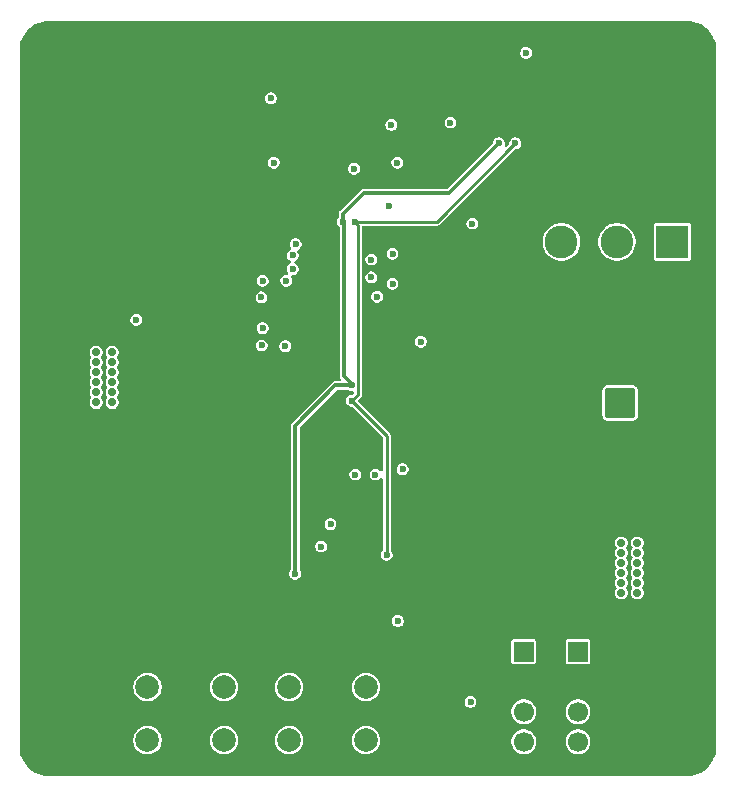
<source format=gbr>
%TF.GenerationSoftware,KiCad,Pcbnew,9.0.3*%
%TF.CreationDate,2025-07-28T19:21:27+02:00*%
%TF.ProjectId,USB_PD_JB,5553425f-5044-45f4-9a42-2e6b69636164,rev?*%
%TF.SameCoordinates,Original*%
%TF.FileFunction,Copper,L3,Inr*%
%TF.FilePolarity,Positive*%
%FSLAX46Y46*%
G04 Gerber Fmt 4.6, Leading zero omitted, Abs format (unit mm)*
G04 Created by KiCad (PCBNEW 9.0.3) date 2025-07-28 19:21:27*
%MOMM*%
%LPD*%
G01*
G04 APERTURE LIST*
G04 Aperture macros list*
%AMRoundRect*
0 Rectangle with rounded corners*
0 $1 Rounding radius*
0 $2 $3 $4 $5 $6 $7 $8 $9 X,Y pos of 4 corners*
0 Add a 4 corners polygon primitive as box body*
4,1,4,$2,$3,$4,$5,$6,$7,$8,$9,$2,$3,0*
0 Add four circle primitives for the rounded corners*
1,1,$1+$1,$2,$3*
1,1,$1+$1,$4,$5*
1,1,$1+$1,$6,$7*
1,1,$1+$1,$8,$9*
0 Add four rect primitives between the rounded corners*
20,1,$1+$1,$2,$3,$4,$5,0*
20,1,$1+$1,$4,$5,$6,$7,0*
20,1,$1+$1,$6,$7,$8,$9,0*
20,1,$1+$1,$8,$9,$2,$3,0*%
G04 Aperture macros list end*
%TA.AperFunction,ComponentPad*%
%ADD10C,2.000000*%
%TD*%
%TA.AperFunction,ComponentPad*%
%ADD11C,3.600000*%
%TD*%
%TA.AperFunction,ComponentPad*%
%ADD12R,1.700000X1.700000*%
%TD*%
%TA.AperFunction,ComponentPad*%
%ADD13C,1.700000*%
%TD*%
%TA.AperFunction,ComponentPad*%
%ADD14C,0.700000*%
%TD*%
%TA.AperFunction,ComponentPad*%
%ADD15O,2.400000X0.900000*%
%TD*%
%TA.AperFunction,ComponentPad*%
%ADD16O,1.700000X0.900000*%
%TD*%
%TA.AperFunction,ComponentPad*%
%ADD17R,2.775000X2.775000*%
%TD*%
%TA.AperFunction,ComponentPad*%
%ADD18C,2.775000*%
%TD*%
%TA.AperFunction,ComponentPad*%
%ADD19RoundRect,0.250000X1.050000X-1.050000X1.050000X1.050000X-1.050000X1.050000X-1.050000X-1.050000X0*%
%TD*%
%TA.AperFunction,ComponentPad*%
%ADD20C,2.600000*%
%TD*%
%TA.AperFunction,ViaPad*%
%ADD21C,0.600000*%
%TD*%
%TA.AperFunction,Conductor*%
%ADD22C,0.250000*%
%TD*%
%TA.AperFunction,Conductor*%
%ADD23C,0.350000*%
%TD*%
G04 APERTURE END LIST*
D10*
%TO.N,Net-(C10-Pad1)*%
%TO.C,OK1*%
X139350000Y-127900000D03*
X145850000Y-127900000D03*
%TO.N,+3.3V*%
X139350000Y-132400000D03*
X145850000Y-132400000D03*
%TD*%
D11*
%TO.N,GND*%
%TO.C,H1*%
X121000000Y-77000000D03*
%TD*%
D10*
%TO.N,Net-(C9-Pad1)*%
%TO.C,MENU1*%
X127350000Y-127900000D03*
X133850000Y-127900000D03*
%TO.N,+3.3V*%
X127350000Y-132400000D03*
X133850000Y-132400000D03*
%TD*%
D12*
%TO.N,+3.3V*%
%TO.C,J5*%
X163800000Y-124900000D03*
D13*
%TO.N,GND*%
X163800000Y-127440000D03*
%TO.N,I2C_SDA*%
X163800000Y-129979999D03*
%TO.N,I2C_SCL*%
X163800000Y-132520000D03*
%TD*%
D11*
%TO.N,GND*%
%TO.C,H3*%
X172000000Y-77000000D03*
%TD*%
D12*
%TO.N,+3.3V*%
%TO.C,J4*%
X159200000Y-124900000D03*
D13*
%TO.N,GND*%
X159200000Y-127440000D03*
%TO.N,/STM32G0/SWDIO*%
X159200000Y-129979999D03*
%TO.N,/STM32G0/SWDCLK{slash}BOOT*%
X159200000Y-132520000D03*
%TD*%
D14*
%TO.N,GND*%
%TO.C,J1*%
X124360000Y-98700000D03*
%TO.N,VBUS*%
X124360000Y-99550000D03*
%TO.N,/USB Stuff/CC1*%
X124360000Y-100400001D03*
%TO.N,D_P*%
X124360000Y-101250000D03*
%TO.N,D_N*%
X124360000Y-102100000D03*
%TO.N,unconnected-(J1-SBU1-PadA8)*%
X124360000Y-102950000D03*
%TO.N,VBUS*%
X124360000Y-103800001D03*
%TO.N,GND*%
X124360000Y-104650000D03*
X123010000Y-104650000D03*
%TO.N,VBUS*%
X123010000Y-103800000D03*
%TO.N,/USB Stuff/CC2*%
X123010000Y-102950000D03*
%TO.N,D_P*%
X123010000Y-102100000D03*
%TO.N,D_N*%
X123010000Y-101250000D03*
%TO.N,unconnected-(J1-SBU2-PadB8)*%
X123010000Y-100400000D03*
%TO.N,VBUS*%
X123010000Y-99550000D03*
%TO.N,GND*%
X123010000Y-98700000D03*
D15*
X123380000Y-97350000D03*
D16*
X120000000Y-97350000D03*
D15*
X123380000Y-106000000D03*
D16*
X120000000Y-106000000D03*
%TD*%
D17*
%TO.N,/USB Stuff/TERM_OUT*%
%TO.C,SW1*%
X171800000Y-90200000D03*
D18*
%TO.N,SHUNT_OUT*%
X167100000Y-90200000D03*
%TO.N,/USB Stuff/USB_OUT*%
X162400000Y-90200000D03*
%TD*%
D11*
%TO.N,GND*%
%TO.C,H4*%
X171000000Y-130800000D03*
%TD*%
D14*
%TO.N,GND*%
%TO.C,J3*%
X167475000Y-120775000D03*
%TO.N,/USB Stuff/USB_OUT*%
X167475000Y-119925000D03*
%TO.N,unconnected-(J3-CC1-PadA5)*%
X167475000Y-119074999D03*
%TO.N,unconnected-(J3-D+-PadA6)*%
X167475000Y-118225000D03*
%TO.N,unconnected-(J3-D--PadA7)*%
X167475000Y-117375000D03*
%TO.N,unconnected-(J3-SBU1-PadA8)*%
X167475000Y-116525000D03*
%TO.N,/USB Stuff/USB_OUT*%
X167475000Y-115674999D03*
%TO.N,GND*%
X167475000Y-114825000D03*
X168825000Y-114825000D03*
%TO.N,/USB Stuff/USB_OUT*%
X168825000Y-115675000D03*
%TO.N,unconnected-(J3-CC2-PadB5)*%
X168825000Y-116525000D03*
%TO.N,unconnected-(J3-D+-PadB6)*%
X168825000Y-117375000D03*
%TO.N,unconnected-(J3-D--PadB7)*%
X168825000Y-118225000D03*
%TO.N,unconnected-(J3-SBU2-PadB8)*%
X168825000Y-119075000D03*
%TO.N,/USB Stuff/USB_OUT*%
X168825000Y-119925000D03*
%TO.N,GND*%
X168825000Y-120775000D03*
D15*
X168455000Y-122125000D03*
D16*
X171835000Y-122125000D03*
D15*
X168455000Y-113475000D03*
D16*
X171835000Y-113475000D03*
%TD*%
D11*
%TO.N,GND*%
%TO.C,H2*%
X121000000Y-130800000D03*
%TD*%
D19*
%TO.N,/USB Stuff/TERM_OUT*%
%TO.C,J2*%
X167372500Y-103845001D03*
D20*
%TO.N,GND*%
X167372500Y-98765002D03*
%TD*%
D21*
%TO.N,/STM32G0/SWDCLK{slash}BOOT*%
X148550000Y-122300000D03*
%TO.N,+3.3V*%
X137800000Y-78050001D03*
X138050000Y-83500000D03*
%TO.N,GND*%
X144500000Y-123500000D03*
X137800000Y-79000000D03*
X135200000Y-101300000D03*
X141000000Y-81800000D03*
X146700000Y-97500000D03*
X152800000Y-91200000D03*
X141000000Y-82800000D03*
X149000000Y-112350000D03*
X149000000Y-111400000D03*
X141000000Y-80800000D03*
X135000000Y-121700000D03*
X138250000Y-104350000D03*
X132100000Y-101700000D03*
X139900000Y-82520000D03*
X129700000Y-82400000D03*
X152800000Y-96700000D03*
X148000000Y-73000000D03*
X137775000Y-107900000D03*
X148900000Y-131350000D03*
X139900000Y-81640000D03*
X143200000Y-97400000D03*
X139900000Y-79000000D03*
X121400000Y-95000000D03*
X142100000Y-88400000D03*
X138600000Y-79000000D03*
X150000000Y-73000000D03*
X143600000Y-104200000D03*
X130700000Y-82400000D03*
X146100000Y-101300000D03*
X128700000Y-82400000D03*
X142300000Y-106350000D03*
X155900000Y-79800000D03*
X137900000Y-76100000D03*
X146100000Y-102700000D03*
X159700000Y-79800000D03*
X139900000Y-83400000D03*
X151000000Y-73000000D03*
X141000000Y-79800000D03*
X139900000Y-79880000D03*
X152800000Y-93800000D03*
X149000000Y-73000000D03*
X131700000Y-97500000D03*
X131800000Y-82000000D03*
X139900000Y-80760000D03*
X148500000Y-81500000D03*
X135300000Y-79000000D03*
X120981250Y-90500000D03*
X152000000Y-73000000D03*
X127800000Y-88400000D03*
X135000000Y-108100000D03*
X153600000Y-118400000D03*
X125900000Y-85600000D03*
X134900000Y-110300000D03*
X156000000Y-102150000D03*
X135200000Y-102000000D03*
%TO.N,Net-(Q1-D)*%
X148500000Y-83500000D03*
X146800000Y-94850000D03*
%TO.N,/USB Stuff/CC2*%
X126400000Y-96800000D03*
X137000000Y-94900000D03*
X146300000Y-91700000D03*
%TO.N,/USB Stuff/CC1*%
X146300000Y-93200000D03*
X137100000Y-97500000D03*
%TO.N,/STM32G0/SWDIO*%
X142050000Y-116000000D03*
%TO.N,Net-(Q1-G)*%
X147800000Y-87200000D03*
X148000000Y-80300000D03*
X159400000Y-74200000D03*
X153000000Y-80100000D03*
%TO.N,/USB Stuff/VBUS_VS_DISCH*%
X139100000Y-93487500D03*
X137100000Y-93500000D03*
%TO.N,ST_RESET*%
X150500000Y-98650000D03*
X148950000Y-109450000D03*
%TO.N,Net-(U1-ADDR0)*%
X139650000Y-91350000D03*
X148100000Y-93750000D03*
%TO.N,Net-(U1-ADDR1)*%
X148100000Y-91200000D03*
X139900000Y-90400000D03*
%TO.N,Net-(U1-VBUS_EN_SNK)*%
X144837500Y-84012500D03*
X139650000Y-92500000D03*
%TO.N,SHUNT_OUT*%
X154850000Y-88650000D03*
%TO.N,/STM32G0/RESET*%
X142850000Y-114100000D03*
X154700000Y-129150000D03*
%TO.N,I2C_SCL*%
X144650000Y-103650000D03*
X158500000Y-81850000D03*
X144950000Y-88500000D03*
X147600000Y-116700000D03*
%TO.N,I2C_SDA*%
X143900000Y-88500000D03*
X157100000Y-81850000D03*
X144650000Y-102350000D03*
X139850000Y-118300000D03*
%TO.N,TXD_MCU*%
X137025000Y-98975000D03*
X144950000Y-109900000D03*
%TO.N,RXD_MCU*%
X139025000Y-99025000D03*
X146650000Y-109900000D03*
%TD*%
D22*
%TO.N,/USB Stuff/VBUS_VS_DISCH*%
X137112500Y-93487500D02*
X137100000Y-93500000D01*
%TO.N,I2C_SCL*%
X144950000Y-88500000D02*
X145200000Y-88750000D01*
X144950000Y-88500000D02*
X151850000Y-88500000D01*
X145200000Y-88750000D02*
X145200000Y-103100000D01*
X145200000Y-103100000D02*
X144650000Y-103650000D01*
X151850000Y-88500000D02*
X158500000Y-81850000D01*
X147600000Y-106600000D02*
X147600000Y-116700000D01*
X144650000Y-103650000D02*
X147600000Y-106600000D01*
D23*
%TO.N,I2C_SDA*%
X144650000Y-102350000D02*
X144650000Y-102200000D01*
X145650000Y-86100000D02*
X152850000Y-86100000D01*
X144000000Y-101550000D02*
X144000000Y-88600000D01*
X144650000Y-102350000D02*
X143250000Y-102350000D01*
X143900000Y-87850000D02*
X145650000Y-86100000D01*
X139850000Y-105750000D02*
X139850000Y-118300000D01*
X144650000Y-102200000D02*
X144000000Y-101550000D01*
X144000000Y-88600000D02*
X143900000Y-88500000D01*
X143900000Y-88500000D02*
X143900000Y-87850000D01*
X143250000Y-102350000D02*
X139850000Y-105750000D01*
X152850000Y-86100000D02*
X157100000Y-81850000D01*
%TD*%
%TA.AperFunction,Conductor*%
%TO.N,GND*%
G36*
X172930762Y-71500501D02*
G01*
X172955425Y-71500501D01*
X173017565Y-71500501D01*
X173025052Y-71500726D01*
X173315113Y-71518274D01*
X173329973Y-71520078D01*
X173612114Y-71571784D01*
X173626640Y-71575365D01*
X173900493Y-71660702D01*
X173914480Y-71666007D01*
X174176052Y-71783733D01*
X174189299Y-71790685D01*
X174434768Y-71939079D01*
X174447087Y-71947582D01*
X174672874Y-72124476D01*
X174684082Y-72134406D01*
X174886904Y-72337229D01*
X174896827Y-72348429D01*
X174985279Y-72461330D01*
X175073724Y-72574223D01*
X175082230Y-72586546D01*
X175230617Y-72832009D01*
X175237576Y-72845268D01*
X175355298Y-73106836D01*
X175360607Y-73120837D01*
X175445936Y-73394669D01*
X175449520Y-73409208D01*
X175501222Y-73691342D01*
X175503027Y-73706206D01*
X175504685Y-73733608D01*
X175514307Y-73892683D01*
X175520593Y-73996588D01*
X175520819Y-74004075D01*
X175520819Y-132847131D01*
X175520814Y-132855302D01*
X175520782Y-132855425D01*
X175520782Y-132917579D01*
X175520782Y-132917629D01*
X175520779Y-132917636D01*
X175520556Y-132925052D01*
X175503008Y-133215110D01*
X175501203Y-133229974D01*
X175449499Y-133512105D01*
X175445915Y-133526644D01*
X175360581Y-133800483D01*
X175355271Y-133814484D01*
X175237552Y-134076042D01*
X175230593Y-134089301D01*
X175082204Y-134334761D01*
X175073698Y-134347084D01*
X174896806Y-134572868D01*
X174886877Y-134584076D01*
X174684049Y-134786901D01*
X174672841Y-134796830D01*
X174447061Y-134973715D01*
X174434737Y-134982221D01*
X174189273Y-135130607D01*
X174176014Y-135137566D01*
X173914455Y-135255282D01*
X173900455Y-135260592D01*
X173626610Y-135345924D01*
X173612071Y-135349507D01*
X173329943Y-135401207D01*
X173315078Y-135403012D01*
X173024407Y-135420593D01*
X173016921Y-135420819D01*
X119025037Y-135420819D01*
X119017549Y-135420593D01*
X118727489Y-135403045D01*
X118712625Y-135401240D01*
X118430490Y-135349536D01*
X118415951Y-135345952D01*
X118142108Y-135260618D01*
X118128119Y-135255313D01*
X117866538Y-135137584D01*
X117853302Y-135130637D01*
X117607825Y-134982240D01*
X117595504Y-134973736D01*
X117595477Y-134973715D01*
X117369713Y-134796839D01*
X117358505Y-134786909D01*
X117155690Y-134584095D01*
X117145760Y-134572887D01*
X117025804Y-134419775D01*
X116968859Y-134347090D01*
X116960361Y-134334779D01*
X116811963Y-134089298D01*
X116805013Y-134076056D01*
X116687287Y-133814483D01*
X116681982Y-133800496D01*
X116596645Y-133526642D01*
X116593063Y-133512110D01*
X116593062Y-133512105D01*
X116541358Y-133229973D01*
X116539554Y-133215111D01*
X116537555Y-133182074D01*
X116522008Y-132925067D01*
X116521782Y-132917579D01*
X116521782Y-132305513D01*
X126149500Y-132305513D01*
X126149500Y-132494486D01*
X126179059Y-132681118D01*
X126237454Y-132860836D01*
X126301917Y-132987351D01*
X126323240Y-133029199D01*
X126434310Y-133182073D01*
X126567927Y-133315690D01*
X126720801Y-133426760D01*
X126738092Y-133435570D01*
X126889163Y-133512545D01*
X126889165Y-133512545D01*
X126889168Y-133512547D01*
X126943283Y-133530130D01*
X127068881Y-133570940D01*
X127255514Y-133600500D01*
X127255519Y-133600500D01*
X127444486Y-133600500D01*
X127631118Y-133570940D01*
X127632475Y-133570499D01*
X127810832Y-133512547D01*
X127811700Y-133512105D01*
X127817014Y-133509396D01*
X127979199Y-133426760D01*
X128132073Y-133315690D01*
X128265690Y-133182073D01*
X128376760Y-133029199D01*
X128462547Y-132860832D01*
X128520940Y-132681118D01*
X128530071Y-132623465D01*
X128550500Y-132494486D01*
X128550500Y-132305513D01*
X132649500Y-132305513D01*
X132649500Y-132494486D01*
X132679059Y-132681118D01*
X132737454Y-132860836D01*
X132801917Y-132987351D01*
X132823240Y-133029199D01*
X132934310Y-133182073D01*
X133067927Y-133315690D01*
X133220801Y-133426760D01*
X133238092Y-133435570D01*
X133389163Y-133512545D01*
X133389165Y-133512545D01*
X133389168Y-133512547D01*
X133443283Y-133530130D01*
X133568881Y-133570940D01*
X133755514Y-133600500D01*
X133755519Y-133600500D01*
X133944486Y-133600500D01*
X134131118Y-133570940D01*
X134132475Y-133570499D01*
X134310832Y-133512547D01*
X134311700Y-133512105D01*
X134317014Y-133509396D01*
X134479199Y-133426760D01*
X134632073Y-133315690D01*
X134765690Y-133182073D01*
X134876760Y-133029199D01*
X134962547Y-132860832D01*
X135020940Y-132681118D01*
X135030071Y-132623465D01*
X135050500Y-132494486D01*
X135050500Y-132305513D01*
X138149500Y-132305513D01*
X138149500Y-132494486D01*
X138179059Y-132681118D01*
X138237454Y-132860836D01*
X138301917Y-132987351D01*
X138323240Y-133029199D01*
X138434310Y-133182073D01*
X138567927Y-133315690D01*
X138720801Y-133426760D01*
X138738092Y-133435570D01*
X138889163Y-133512545D01*
X138889165Y-133512545D01*
X138889168Y-133512547D01*
X138943283Y-133530130D01*
X139068881Y-133570940D01*
X139255514Y-133600500D01*
X139255519Y-133600500D01*
X139444486Y-133600500D01*
X139631118Y-133570940D01*
X139632475Y-133570499D01*
X139810832Y-133512547D01*
X139811700Y-133512105D01*
X139817014Y-133509396D01*
X139979199Y-133426760D01*
X140132073Y-133315690D01*
X140265690Y-133182073D01*
X140376760Y-133029199D01*
X140462547Y-132860832D01*
X140520940Y-132681118D01*
X140530071Y-132623465D01*
X140550500Y-132494486D01*
X140550500Y-132305513D01*
X144649500Y-132305513D01*
X144649500Y-132494486D01*
X144679059Y-132681118D01*
X144737454Y-132860836D01*
X144801917Y-132987351D01*
X144823240Y-133029199D01*
X144934310Y-133182073D01*
X145067927Y-133315690D01*
X145220801Y-133426760D01*
X145238092Y-133435570D01*
X145389163Y-133512545D01*
X145389165Y-133512545D01*
X145389168Y-133512547D01*
X145443283Y-133530130D01*
X145568881Y-133570940D01*
X145755514Y-133600500D01*
X145755519Y-133600500D01*
X145944486Y-133600500D01*
X146131118Y-133570940D01*
X146132475Y-133570499D01*
X146310832Y-133512547D01*
X146311700Y-133512105D01*
X146317014Y-133509396D01*
X146479199Y-133426760D01*
X146632073Y-133315690D01*
X146765690Y-133182073D01*
X146876760Y-133029199D01*
X146962547Y-132860832D01*
X147020940Y-132681118D01*
X147030071Y-132623465D01*
X147050500Y-132494486D01*
X147050500Y-132416530D01*
X158149500Y-132416530D01*
X158149500Y-132623469D01*
X158189868Y-132826412D01*
X158189870Y-132826420D01*
X158256472Y-132987212D01*
X158269059Y-133017598D01*
X158319634Y-133093290D01*
X158384024Y-133189657D01*
X158530342Y-133335975D01*
X158530345Y-133335977D01*
X158702402Y-133450941D01*
X158893580Y-133530130D01*
X159096530Y-133570499D01*
X159096534Y-133570500D01*
X159096535Y-133570500D01*
X159303466Y-133570500D01*
X159303467Y-133570499D01*
X159506420Y-133530130D01*
X159697598Y-133450941D01*
X159869655Y-133335977D01*
X160015977Y-133189655D01*
X160130941Y-133017598D01*
X160210130Y-132826420D01*
X160250500Y-132623465D01*
X160250500Y-132416535D01*
X160250499Y-132416530D01*
X162749500Y-132416530D01*
X162749500Y-132623469D01*
X162789868Y-132826412D01*
X162789870Y-132826420D01*
X162856472Y-132987212D01*
X162869059Y-133017598D01*
X162919634Y-133093290D01*
X162984024Y-133189657D01*
X163130342Y-133335975D01*
X163130345Y-133335977D01*
X163302402Y-133450941D01*
X163493580Y-133530130D01*
X163696530Y-133570499D01*
X163696534Y-133570500D01*
X163696535Y-133570500D01*
X163903466Y-133570500D01*
X163903467Y-133570499D01*
X164106420Y-133530130D01*
X164297598Y-133450941D01*
X164469655Y-133335977D01*
X164615977Y-133189655D01*
X164730941Y-133017598D01*
X164810130Y-132826420D01*
X164850500Y-132623465D01*
X164850500Y-132416535D01*
X164810130Y-132213580D01*
X164730941Y-132022402D01*
X164615977Y-131850345D01*
X164615975Y-131850342D01*
X164469657Y-131704024D01*
X164340798Y-131617924D01*
X164297598Y-131589059D01*
X164106420Y-131509870D01*
X164106412Y-131509868D01*
X163903469Y-131469500D01*
X163903465Y-131469500D01*
X163696535Y-131469500D01*
X163696530Y-131469500D01*
X163493587Y-131509868D01*
X163493579Y-131509870D01*
X163302403Y-131589058D01*
X163130342Y-131704024D01*
X162984024Y-131850342D01*
X162869058Y-132022403D01*
X162789870Y-132213579D01*
X162789868Y-132213587D01*
X162749500Y-132416530D01*
X160250499Y-132416530D01*
X160210130Y-132213580D01*
X160130941Y-132022402D01*
X160015977Y-131850345D01*
X160015975Y-131850342D01*
X159869657Y-131704024D01*
X159740798Y-131617924D01*
X159697598Y-131589059D01*
X159506420Y-131509870D01*
X159506412Y-131509868D01*
X159303469Y-131469500D01*
X159303465Y-131469500D01*
X159096535Y-131469500D01*
X159096530Y-131469500D01*
X158893587Y-131509868D01*
X158893579Y-131509870D01*
X158702403Y-131589058D01*
X158530342Y-131704024D01*
X158384024Y-131850342D01*
X158269058Y-132022403D01*
X158189870Y-132213579D01*
X158189868Y-132213587D01*
X158149500Y-132416530D01*
X147050500Y-132416530D01*
X147050500Y-132305513D01*
X147020940Y-132118881D01*
X146989592Y-132022403D01*
X146962547Y-131939168D01*
X146962545Y-131939165D01*
X146962545Y-131939163D01*
X146876759Y-131770800D01*
X146828243Y-131704024D01*
X146765690Y-131617927D01*
X146632073Y-131484310D01*
X146479199Y-131373240D01*
X146310836Y-131287454D01*
X146131118Y-131229059D01*
X145944486Y-131199500D01*
X145944481Y-131199500D01*
X145755519Y-131199500D01*
X145755514Y-131199500D01*
X145568881Y-131229059D01*
X145389163Y-131287454D01*
X145220800Y-131373240D01*
X145133579Y-131436610D01*
X145067927Y-131484310D01*
X145067925Y-131484312D01*
X145067924Y-131484312D01*
X144934312Y-131617924D01*
X144934312Y-131617925D01*
X144934310Y-131617927D01*
X144886610Y-131683579D01*
X144823240Y-131770800D01*
X144737454Y-131939163D01*
X144679059Y-132118881D01*
X144649500Y-132305513D01*
X140550500Y-132305513D01*
X140520940Y-132118881D01*
X140489592Y-132022403D01*
X140462547Y-131939168D01*
X140462545Y-131939165D01*
X140462545Y-131939163D01*
X140376759Y-131770800D01*
X140328243Y-131704024D01*
X140265690Y-131617927D01*
X140132073Y-131484310D01*
X139979199Y-131373240D01*
X139810836Y-131287454D01*
X139631118Y-131229059D01*
X139444486Y-131199500D01*
X139444481Y-131199500D01*
X139255519Y-131199500D01*
X139255514Y-131199500D01*
X139068881Y-131229059D01*
X138889163Y-131287454D01*
X138720800Y-131373240D01*
X138633579Y-131436610D01*
X138567927Y-131484310D01*
X138567925Y-131484312D01*
X138567924Y-131484312D01*
X138434312Y-131617924D01*
X138434312Y-131617925D01*
X138434310Y-131617927D01*
X138386610Y-131683579D01*
X138323240Y-131770800D01*
X138237454Y-131939163D01*
X138179059Y-132118881D01*
X138149500Y-132305513D01*
X135050500Y-132305513D01*
X135020940Y-132118881D01*
X134989592Y-132022403D01*
X134962547Y-131939168D01*
X134962545Y-131939165D01*
X134962545Y-131939163D01*
X134876759Y-131770800D01*
X134828243Y-131704024D01*
X134765690Y-131617927D01*
X134632073Y-131484310D01*
X134479199Y-131373240D01*
X134310836Y-131287454D01*
X134131118Y-131229059D01*
X133944486Y-131199500D01*
X133944481Y-131199500D01*
X133755519Y-131199500D01*
X133755514Y-131199500D01*
X133568881Y-131229059D01*
X133389163Y-131287454D01*
X133220800Y-131373240D01*
X133133579Y-131436610D01*
X133067927Y-131484310D01*
X133067925Y-131484312D01*
X133067924Y-131484312D01*
X132934312Y-131617924D01*
X132934312Y-131617925D01*
X132934310Y-131617927D01*
X132886610Y-131683579D01*
X132823240Y-131770800D01*
X132737454Y-131939163D01*
X132679059Y-132118881D01*
X132649500Y-132305513D01*
X128550500Y-132305513D01*
X128520940Y-132118881D01*
X128489592Y-132022403D01*
X128462547Y-131939168D01*
X128462545Y-131939165D01*
X128462545Y-131939163D01*
X128376759Y-131770800D01*
X128328243Y-131704024D01*
X128265690Y-131617927D01*
X128132073Y-131484310D01*
X127979199Y-131373240D01*
X127810836Y-131287454D01*
X127631118Y-131229059D01*
X127444486Y-131199500D01*
X127444481Y-131199500D01*
X127255519Y-131199500D01*
X127255514Y-131199500D01*
X127068881Y-131229059D01*
X126889163Y-131287454D01*
X126720800Y-131373240D01*
X126633579Y-131436610D01*
X126567927Y-131484310D01*
X126567925Y-131484312D01*
X126567924Y-131484312D01*
X126434312Y-131617924D01*
X126434312Y-131617925D01*
X126434310Y-131617927D01*
X126386610Y-131683579D01*
X126323240Y-131770800D01*
X126237454Y-131939163D01*
X126179059Y-132118881D01*
X126149500Y-132305513D01*
X116521782Y-132305513D01*
X116521782Y-129876529D01*
X158149500Y-129876529D01*
X158149500Y-130083468D01*
X158189868Y-130286411D01*
X158189870Y-130286419D01*
X158269058Y-130477595D01*
X158384024Y-130649656D01*
X158530342Y-130795974D01*
X158530345Y-130795976D01*
X158702402Y-130910940D01*
X158893580Y-130990129D01*
X159096530Y-131030498D01*
X159096534Y-131030499D01*
X159096535Y-131030499D01*
X159303466Y-131030499D01*
X159303467Y-131030498D01*
X159506420Y-130990129D01*
X159697598Y-130910940D01*
X159869655Y-130795976D01*
X160015977Y-130649654D01*
X160130941Y-130477597D01*
X160210130Y-130286419D01*
X160250500Y-130083464D01*
X160250500Y-129876534D01*
X160250499Y-129876529D01*
X162749500Y-129876529D01*
X162749500Y-130083468D01*
X162789868Y-130286411D01*
X162789870Y-130286419D01*
X162869058Y-130477595D01*
X162984024Y-130649656D01*
X163130342Y-130795974D01*
X163130345Y-130795976D01*
X163302402Y-130910940D01*
X163493580Y-130990129D01*
X163696530Y-131030498D01*
X163696534Y-131030499D01*
X163696535Y-131030499D01*
X163903466Y-131030499D01*
X163903467Y-131030498D01*
X164106420Y-130990129D01*
X164297598Y-130910940D01*
X164469655Y-130795976D01*
X164615977Y-130649654D01*
X164730941Y-130477597D01*
X164810130Y-130286419D01*
X164850500Y-130083464D01*
X164850500Y-129876534D01*
X164810130Y-129673579D01*
X164730941Y-129482401D01*
X164615977Y-129310344D01*
X164615975Y-129310341D01*
X164469657Y-129164023D01*
X164330347Y-129070940D01*
X164297598Y-129049058D01*
X164209448Y-129012545D01*
X164106420Y-128969869D01*
X164106412Y-128969867D01*
X163903469Y-128929499D01*
X163903465Y-128929499D01*
X163696535Y-128929499D01*
X163696530Y-128929499D01*
X163493587Y-128969867D01*
X163493579Y-128969869D01*
X163302403Y-129049057D01*
X163130342Y-129164023D01*
X162984024Y-129310341D01*
X162869058Y-129482402D01*
X162789870Y-129673578D01*
X162789868Y-129673586D01*
X162749500Y-129876529D01*
X160250499Y-129876529D01*
X160210130Y-129673579D01*
X160130941Y-129482401D01*
X160015977Y-129310344D01*
X160015975Y-129310341D01*
X159869657Y-129164023D01*
X159730347Y-129070940D01*
X159697598Y-129049058D01*
X159609448Y-129012545D01*
X159506420Y-128969869D01*
X159506412Y-128969867D01*
X159303469Y-128929499D01*
X159303465Y-128929499D01*
X159096535Y-128929499D01*
X159096530Y-128929499D01*
X158893587Y-128969867D01*
X158893579Y-128969869D01*
X158702403Y-129049057D01*
X158530342Y-129164023D01*
X158384024Y-129310341D01*
X158269058Y-129482402D01*
X158189870Y-129673578D01*
X158189868Y-129673586D01*
X158149500Y-129876529D01*
X116521782Y-129876529D01*
X116521782Y-127805513D01*
X126149500Y-127805513D01*
X126149500Y-127994486D01*
X126179059Y-128181118D01*
X126237454Y-128360836D01*
X126323240Y-128529199D01*
X126434310Y-128682073D01*
X126567927Y-128815690D01*
X126720801Y-128926760D01*
X126796825Y-128965496D01*
X126889163Y-129012545D01*
X126889165Y-129012545D01*
X126889168Y-129012547D01*
X126985497Y-129043846D01*
X127068881Y-129070940D01*
X127255514Y-129100500D01*
X127255519Y-129100500D01*
X127444486Y-129100500D01*
X127631118Y-129070940D01*
X127698463Y-129049058D01*
X127810832Y-129012547D01*
X127979199Y-128926760D01*
X128132073Y-128815690D01*
X128265690Y-128682073D01*
X128376760Y-128529199D01*
X128462547Y-128360832D01*
X128520940Y-128181118D01*
X128550500Y-127994486D01*
X128550500Y-127805513D01*
X132649500Y-127805513D01*
X132649500Y-127994486D01*
X132679059Y-128181118D01*
X132737454Y-128360836D01*
X132823240Y-128529199D01*
X132934310Y-128682073D01*
X133067927Y-128815690D01*
X133220801Y-128926760D01*
X133296825Y-128965496D01*
X133389163Y-129012545D01*
X133389165Y-129012545D01*
X133389168Y-129012547D01*
X133485497Y-129043846D01*
X133568881Y-129070940D01*
X133755514Y-129100500D01*
X133755519Y-129100500D01*
X133944486Y-129100500D01*
X134131118Y-129070940D01*
X134198463Y-129049058D01*
X134310832Y-129012547D01*
X134479199Y-128926760D01*
X134632073Y-128815690D01*
X134765690Y-128682073D01*
X134876760Y-128529199D01*
X134962547Y-128360832D01*
X135020940Y-128181118D01*
X135050500Y-127994486D01*
X135050500Y-127805513D01*
X138149500Y-127805513D01*
X138149500Y-127994486D01*
X138179059Y-128181118D01*
X138237454Y-128360836D01*
X138323240Y-128529199D01*
X138434310Y-128682073D01*
X138567927Y-128815690D01*
X138720801Y-128926760D01*
X138796825Y-128965496D01*
X138889163Y-129012545D01*
X138889165Y-129012545D01*
X138889168Y-129012547D01*
X138985497Y-129043846D01*
X139068881Y-129070940D01*
X139255514Y-129100500D01*
X139255519Y-129100500D01*
X139444486Y-129100500D01*
X139631118Y-129070940D01*
X139698463Y-129049058D01*
X139810832Y-129012547D01*
X139979199Y-128926760D01*
X140132073Y-128815690D01*
X140265690Y-128682073D01*
X140376760Y-128529199D01*
X140462547Y-128360832D01*
X140520940Y-128181118D01*
X140550500Y-127994486D01*
X140550500Y-127805513D01*
X144649500Y-127805513D01*
X144649500Y-127994486D01*
X144679059Y-128181118D01*
X144737454Y-128360836D01*
X144823240Y-128529199D01*
X144934310Y-128682073D01*
X145067927Y-128815690D01*
X145220801Y-128926760D01*
X145296825Y-128965496D01*
X145389163Y-129012545D01*
X145389165Y-129012545D01*
X145389168Y-129012547D01*
X145485497Y-129043846D01*
X145568881Y-129070940D01*
X145755514Y-129100500D01*
X145755519Y-129100500D01*
X145944486Y-129100500D01*
X146047980Y-129084108D01*
X154199500Y-129084108D01*
X154199500Y-129215891D01*
X154233608Y-129343187D01*
X154266554Y-129400250D01*
X154299500Y-129457314D01*
X154392686Y-129550500D01*
X154506814Y-129616392D01*
X154634108Y-129650500D01*
X154634110Y-129650500D01*
X154765890Y-129650500D01*
X154765892Y-129650500D01*
X154893186Y-129616392D01*
X155007314Y-129550500D01*
X155100500Y-129457314D01*
X155166392Y-129343186D01*
X155200500Y-129215892D01*
X155200500Y-129084108D01*
X155166392Y-128956814D01*
X155100500Y-128842686D01*
X155007314Y-128749500D01*
X154950250Y-128716554D01*
X154893187Y-128683608D01*
X154829539Y-128666554D01*
X154765892Y-128649500D01*
X154634108Y-128649500D01*
X154506812Y-128683608D01*
X154392686Y-128749500D01*
X154392683Y-128749502D01*
X154299502Y-128842683D01*
X154299500Y-128842686D01*
X154233608Y-128956812D01*
X154199500Y-129084108D01*
X146047980Y-129084108D01*
X146131118Y-129070940D01*
X146198463Y-129049058D01*
X146310832Y-129012547D01*
X146479199Y-128926760D01*
X146632073Y-128815690D01*
X146765690Y-128682073D01*
X146876760Y-128529199D01*
X146962547Y-128360832D01*
X147020940Y-128181118D01*
X147050500Y-127994486D01*
X147050500Y-127805513D01*
X147020940Y-127618881D01*
X146962545Y-127439163D01*
X146876759Y-127270800D01*
X146765690Y-127117927D01*
X146632073Y-126984310D01*
X146479199Y-126873240D01*
X146310836Y-126787454D01*
X146131118Y-126729059D01*
X145944486Y-126699500D01*
X145944481Y-126699500D01*
X145755519Y-126699500D01*
X145755514Y-126699500D01*
X145568881Y-126729059D01*
X145389163Y-126787454D01*
X145220800Y-126873240D01*
X145133579Y-126936610D01*
X145067927Y-126984310D01*
X145067925Y-126984312D01*
X145067924Y-126984312D01*
X144934312Y-127117924D01*
X144934312Y-127117925D01*
X144934310Y-127117927D01*
X144886610Y-127183579D01*
X144823240Y-127270800D01*
X144737454Y-127439163D01*
X144679059Y-127618881D01*
X144649500Y-127805513D01*
X140550500Y-127805513D01*
X140520940Y-127618881D01*
X140462545Y-127439163D01*
X140376759Y-127270800D01*
X140265690Y-127117927D01*
X140132073Y-126984310D01*
X139979199Y-126873240D01*
X139810836Y-126787454D01*
X139631118Y-126729059D01*
X139444486Y-126699500D01*
X139444481Y-126699500D01*
X139255519Y-126699500D01*
X139255514Y-126699500D01*
X139068881Y-126729059D01*
X138889163Y-126787454D01*
X138720800Y-126873240D01*
X138633579Y-126936610D01*
X138567927Y-126984310D01*
X138567925Y-126984312D01*
X138567924Y-126984312D01*
X138434312Y-127117924D01*
X138434312Y-127117925D01*
X138434310Y-127117927D01*
X138386610Y-127183579D01*
X138323240Y-127270800D01*
X138237454Y-127439163D01*
X138179059Y-127618881D01*
X138149500Y-127805513D01*
X135050500Y-127805513D01*
X135020940Y-127618881D01*
X134962545Y-127439163D01*
X134876759Y-127270800D01*
X134765690Y-127117927D01*
X134632073Y-126984310D01*
X134479199Y-126873240D01*
X134310836Y-126787454D01*
X134131118Y-126729059D01*
X133944486Y-126699500D01*
X133944481Y-126699500D01*
X133755519Y-126699500D01*
X133755514Y-126699500D01*
X133568881Y-126729059D01*
X133389163Y-126787454D01*
X133220800Y-126873240D01*
X133133579Y-126936610D01*
X133067927Y-126984310D01*
X133067925Y-126984312D01*
X133067924Y-126984312D01*
X132934312Y-127117924D01*
X132934312Y-127117925D01*
X132934310Y-127117927D01*
X132886610Y-127183579D01*
X132823240Y-127270800D01*
X132737454Y-127439163D01*
X132679059Y-127618881D01*
X132649500Y-127805513D01*
X128550500Y-127805513D01*
X128520940Y-127618881D01*
X128462545Y-127439163D01*
X128376759Y-127270800D01*
X128265690Y-127117927D01*
X128132073Y-126984310D01*
X127979199Y-126873240D01*
X127810836Y-126787454D01*
X127631118Y-126729059D01*
X127444486Y-126699500D01*
X127444481Y-126699500D01*
X127255519Y-126699500D01*
X127255514Y-126699500D01*
X127068881Y-126729059D01*
X126889163Y-126787454D01*
X126720800Y-126873240D01*
X126633579Y-126936610D01*
X126567927Y-126984310D01*
X126567925Y-126984312D01*
X126567924Y-126984312D01*
X126434312Y-127117924D01*
X126434312Y-127117925D01*
X126434310Y-127117927D01*
X126386610Y-127183579D01*
X126323240Y-127270800D01*
X126237454Y-127439163D01*
X126179059Y-127618881D01*
X126149500Y-127805513D01*
X116521782Y-127805513D01*
X116521782Y-124030247D01*
X158149500Y-124030247D01*
X158149500Y-125769752D01*
X158161131Y-125828229D01*
X158161132Y-125828230D01*
X158205447Y-125894552D01*
X158271769Y-125938867D01*
X158271770Y-125938868D01*
X158330247Y-125950499D01*
X158330250Y-125950500D01*
X158330252Y-125950500D01*
X160069750Y-125950500D01*
X160069751Y-125950499D01*
X160084568Y-125947552D01*
X160128229Y-125938868D01*
X160128229Y-125938867D01*
X160128231Y-125938867D01*
X160194552Y-125894552D01*
X160238867Y-125828231D01*
X160238867Y-125828229D01*
X160238868Y-125828229D01*
X160250499Y-125769752D01*
X160250500Y-125769750D01*
X160250500Y-124030249D01*
X160250499Y-124030247D01*
X162749500Y-124030247D01*
X162749500Y-125769752D01*
X162761131Y-125828229D01*
X162761132Y-125828230D01*
X162805447Y-125894552D01*
X162871769Y-125938867D01*
X162871770Y-125938868D01*
X162930247Y-125950499D01*
X162930250Y-125950500D01*
X162930252Y-125950500D01*
X164669750Y-125950500D01*
X164669751Y-125950499D01*
X164684568Y-125947552D01*
X164728229Y-125938868D01*
X164728229Y-125938867D01*
X164728231Y-125938867D01*
X164794552Y-125894552D01*
X164838867Y-125828231D01*
X164838867Y-125828229D01*
X164838868Y-125828229D01*
X164850499Y-125769752D01*
X164850500Y-125769750D01*
X164850500Y-124030249D01*
X164850499Y-124030247D01*
X164838868Y-123971770D01*
X164838867Y-123971769D01*
X164794552Y-123905447D01*
X164728230Y-123861132D01*
X164728229Y-123861131D01*
X164669752Y-123849500D01*
X164669748Y-123849500D01*
X162930252Y-123849500D01*
X162930247Y-123849500D01*
X162871770Y-123861131D01*
X162871769Y-123861132D01*
X162805447Y-123905447D01*
X162761132Y-123971769D01*
X162761131Y-123971770D01*
X162749500Y-124030247D01*
X160250499Y-124030247D01*
X160238868Y-123971770D01*
X160238867Y-123971769D01*
X160194552Y-123905447D01*
X160128230Y-123861132D01*
X160128229Y-123861131D01*
X160069752Y-123849500D01*
X160069748Y-123849500D01*
X158330252Y-123849500D01*
X158330247Y-123849500D01*
X158271770Y-123861131D01*
X158271769Y-123861132D01*
X158205447Y-123905447D01*
X158161132Y-123971769D01*
X158161131Y-123971770D01*
X158149500Y-124030247D01*
X116521782Y-124030247D01*
X116521782Y-122234108D01*
X148049500Y-122234108D01*
X148049500Y-122365891D01*
X148083608Y-122493187D01*
X148116554Y-122550250D01*
X148149500Y-122607314D01*
X148242686Y-122700500D01*
X148356814Y-122766392D01*
X148484108Y-122800500D01*
X148484110Y-122800500D01*
X148615890Y-122800500D01*
X148615892Y-122800500D01*
X148743186Y-122766392D01*
X148857314Y-122700500D01*
X148950500Y-122607314D01*
X149016392Y-122493186D01*
X149050500Y-122365892D01*
X149050500Y-122234108D01*
X149016392Y-122106814D01*
X148950500Y-121992686D01*
X148857314Y-121899500D01*
X148800250Y-121866554D01*
X148743187Y-121833608D01*
X148679539Y-121816554D01*
X148615892Y-121799500D01*
X148484108Y-121799500D01*
X148356812Y-121833608D01*
X148242686Y-121899500D01*
X148242683Y-121899502D01*
X148149502Y-121992683D01*
X148149500Y-121992686D01*
X148083608Y-122106812D01*
X148049500Y-122234108D01*
X116521782Y-122234108D01*
X116521782Y-118234108D01*
X139349500Y-118234108D01*
X139349500Y-118365891D01*
X139383608Y-118493187D01*
X139416554Y-118550250D01*
X139449500Y-118607314D01*
X139542686Y-118700500D01*
X139656814Y-118766392D01*
X139784108Y-118800500D01*
X139784110Y-118800500D01*
X139915890Y-118800500D01*
X139915892Y-118800500D01*
X140043186Y-118766392D01*
X140157314Y-118700500D01*
X140250500Y-118607314D01*
X140316392Y-118493186D01*
X140350500Y-118365892D01*
X140350500Y-118234108D01*
X140316392Y-118106814D01*
X140250500Y-117992686D01*
X140250498Y-117992684D01*
X140246436Y-117985648D01*
X140247786Y-117984868D01*
X140225930Y-117928329D01*
X140225500Y-117918013D01*
X140225500Y-115934108D01*
X141549500Y-115934108D01*
X141549500Y-116065892D01*
X141551577Y-116073642D01*
X141583608Y-116193187D01*
X141616554Y-116250250D01*
X141649500Y-116307314D01*
X141742686Y-116400500D01*
X141856814Y-116466392D01*
X141984108Y-116500500D01*
X141984110Y-116500500D01*
X142115890Y-116500500D01*
X142115892Y-116500500D01*
X142243186Y-116466392D01*
X142357314Y-116400500D01*
X142450500Y-116307314D01*
X142516392Y-116193186D01*
X142550500Y-116065892D01*
X142550500Y-115934108D01*
X142516392Y-115806814D01*
X142450500Y-115692686D01*
X142357314Y-115599500D01*
X142300250Y-115566554D01*
X142243187Y-115533608D01*
X142179539Y-115516554D01*
X142115892Y-115499500D01*
X141984108Y-115499500D01*
X141856812Y-115533608D01*
X141742686Y-115599500D01*
X141742683Y-115599502D01*
X141649502Y-115692683D01*
X141649500Y-115692686D01*
X141583608Y-115806812D01*
X141549500Y-115934108D01*
X140225500Y-115934108D01*
X140225500Y-114034108D01*
X142349500Y-114034108D01*
X142349500Y-114165891D01*
X142383608Y-114293187D01*
X142416554Y-114350250D01*
X142449500Y-114407314D01*
X142542686Y-114500500D01*
X142656814Y-114566392D01*
X142784108Y-114600500D01*
X142784110Y-114600500D01*
X142915890Y-114600500D01*
X142915892Y-114600500D01*
X143043186Y-114566392D01*
X143157314Y-114500500D01*
X143250500Y-114407314D01*
X143316392Y-114293186D01*
X143350500Y-114165892D01*
X143350500Y-114034108D01*
X143316392Y-113906814D01*
X143250500Y-113792686D01*
X143157314Y-113699500D01*
X143100250Y-113666554D01*
X143043187Y-113633608D01*
X142979539Y-113616554D01*
X142915892Y-113599500D01*
X142784108Y-113599500D01*
X142656812Y-113633608D01*
X142542686Y-113699500D01*
X142542683Y-113699502D01*
X142449502Y-113792683D01*
X142449500Y-113792686D01*
X142383608Y-113906812D01*
X142349500Y-114034108D01*
X140225500Y-114034108D01*
X140225500Y-109834108D01*
X144449500Y-109834108D01*
X144449500Y-109965891D01*
X144483608Y-110093187D01*
X144516554Y-110150250D01*
X144549500Y-110207314D01*
X144642686Y-110300500D01*
X144756814Y-110366392D01*
X144884108Y-110400500D01*
X144884110Y-110400500D01*
X145015890Y-110400500D01*
X145015892Y-110400500D01*
X145143186Y-110366392D01*
X145257314Y-110300500D01*
X145350500Y-110207314D01*
X145416392Y-110093186D01*
X145450500Y-109965892D01*
X145450500Y-109834108D01*
X145416392Y-109706814D01*
X145350500Y-109592686D01*
X145257314Y-109499500D01*
X145200250Y-109466554D01*
X145143187Y-109433608D01*
X145079539Y-109416554D01*
X145015892Y-109399500D01*
X144884108Y-109399500D01*
X144756812Y-109433608D01*
X144642686Y-109499500D01*
X144642683Y-109499502D01*
X144549502Y-109592683D01*
X144549500Y-109592686D01*
X144483608Y-109706812D01*
X144449500Y-109834108D01*
X140225500Y-109834108D01*
X140225500Y-105956899D01*
X140245185Y-105889860D01*
X140261819Y-105869218D01*
X143369218Y-102761819D01*
X143430541Y-102728334D01*
X143456899Y-102725500D01*
X144268013Y-102725500D01*
X144335052Y-102745185D01*
X144342266Y-102750257D01*
X144342684Y-102750498D01*
X144342686Y-102750500D01*
X144456814Y-102816392D01*
X144584108Y-102850500D01*
X144584110Y-102850500D01*
X144689811Y-102850500D01*
X144711056Y-102856738D01*
X144733145Y-102858318D01*
X144743928Y-102866390D01*
X144756850Y-102870185D01*
X144771349Y-102886918D01*
X144789078Y-102900190D01*
X144793785Y-102912810D01*
X144802605Y-102922989D01*
X144805756Y-102944906D01*
X144813495Y-102965654D01*
X144810632Y-102978814D01*
X144812549Y-102992147D01*
X144803349Y-103012290D01*
X144798643Y-103033927D01*
X144785374Y-103051652D01*
X144783524Y-103055703D01*
X144777492Y-103062181D01*
X144726492Y-103113181D01*
X144665169Y-103146666D01*
X144638811Y-103149500D01*
X144584108Y-103149500D01*
X144456812Y-103183608D01*
X144342686Y-103249500D01*
X144342683Y-103249502D01*
X144249502Y-103342683D01*
X144249500Y-103342686D01*
X144183608Y-103456812D01*
X144182221Y-103461989D01*
X144149500Y-103584108D01*
X144149500Y-103715892D01*
X144152618Y-103727527D01*
X144183608Y-103843187D01*
X144216554Y-103900250D01*
X144249500Y-103957314D01*
X144342686Y-104050500D01*
X144456814Y-104116392D01*
X144584108Y-104150500D01*
X144638811Y-104150500D01*
X144705850Y-104170185D01*
X144726492Y-104186819D01*
X147238181Y-106698508D01*
X147271666Y-106759831D01*
X147274500Y-106786189D01*
X147274500Y-109519316D01*
X147254815Y-109586355D01*
X147202011Y-109632110D01*
X147132853Y-109642054D01*
X147069297Y-109613029D01*
X147052128Y-109594807D01*
X147050501Y-109592687D01*
X146957316Y-109499502D01*
X146957314Y-109499500D01*
X146900250Y-109466554D01*
X146843187Y-109433608D01*
X146779539Y-109416554D01*
X146715892Y-109399500D01*
X146584108Y-109399500D01*
X146456812Y-109433608D01*
X146342686Y-109499500D01*
X146342683Y-109499502D01*
X146249502Y-109592683D01*
X146249500Y-109592686D01*
X146183608Y-109706812D01*
X146149500Y-109834108D01*
X146149500Y-109965891D01*
X146183608Y-110093187D01*
X146216554Y-110150250D01*
X146249500Y-110207314D01*
X146342686Y-110300500D01*
X146456814Y-110366392D01*
X146584108Y-110400500D01*
X146584110Y-110400500D01*
X146715890Y-110400500D01*
X146715892Y-110400500D01*
X146843186Y-110366392D01*
X146957314Y-110300500D01*
X147050500Y-110207314D01*
X147050504Y-110207306D01*
X147052123Y-110205198D01*
X147053950Y-110203863D01*
X147056247Y-110201567D01*
X147056605Y-110201925D01*
X147108551Y-110163994D01*
X147178297Y-110159839D01*
X147239217Y-110194050D01*
X147271971Y-110255767D01*
X147274500Y-110280683D01*
X147274500Y-116266324D01*
X147254815Y-116333363D01*
X147238181Y-116354005D01*
X147199502Y-116392683D01*
X147199500Y-116392686D01*
X147133608Y-116506812D01*
X147099500Y-116634108D01*
X147099500Y-116765891D01*
X147133608Y-116893187D01*
X147151192Y-116923642D01*
X147199500Y-117007314D01*
X147292686Y-117100500D01*
X147406814Y-117166392D01*
X147534108Y-117200500D01*
X147534110Y-117200500D01*
X147665890Y-117200500D01*
X147665892Y-117200500D01*
X147793186Y-117166392D01*
X147907314Y-117100500D01*
X148000500Y-117007314D01*
X148066392Y-116893186D01*
X148100500Y-116765892D01*
X148100500Y-116634108D01*
X148066392Y-116506814D01*
X148000500Y-116392686D01*
X147961819Y-116354005D01*
X147928334Y-116292682D01*
X147925500Y-116266324D01*
X147925500Y-115602524D01*
X166924500Y-115602524D01*
X166924500Y-115747474D01*
X166962016Y-115887484D01*
X166962017Y-115887487D01*
X167034488Y-116013010D01*
X167039438Y-116019460D01*
X167038209Y-116020402D01*
X167067280Y-116073641D01*
X167062296Y-116143333D01*
X167038736Y-116179995D01*
X167039440Y-116180535D01*
X167034495Y-116186978D01*
X166973467Y-116292682D01*
X166962016Y-116312515D01*
X166924500Y-116452525D01*
X166924500Y-116597475D01*
X166962016Y-116737485D01*
X166962017Y-116737488D01*
X167034488Y-116863011D01*
X167039438Y-116869461D01*
X167038209Y-116870403D01*
X167067280Y-116923642D01*
X167062296Y-116993334D01*
X167038732Y-117029997D01*
X167039438Y-117030539D01*
X167034488Y-117036988D01*
X166962017Y-117162511D01*
X166962016Y-117162515D01*
X166924500Y-117302525D01*
X166924500Y-117447475D01*
X166962016Y-117587485D01*
X166962017Y-117587488D01*
X167034488Y-117713011D01*
X167039438Y-117719461D01*
X167038209Y-117720403D01*
X167067280Y-117773642D01*
X167062296Y-117843334D01*
X167038732Y-117879997D01*
X167039438Y-117880539D01*
X167034488Y-117886988D01*
X166962017Y-118012511D01*
X166962016Y-118012515D01*
X166924500Y-118152525D01*
X166924500Y-118297475D01*
X166962016Y-118437485D01*
X166962017Y-118437488D01*
X167034488Y-118563011D01*
X167039438Y-118569461D01*
X167038209Y-118570403D01*
X167067279Y-118623641D01*
X167062295Y-118693333D01*
X167038736Y-118729994D01*
X167039440Y-118730534D01*
X167034495Y-118736977D01*
X167034491Y-118736984D01*
X166962016Y-118862514D01*
X166924500Y-119002524D01*
X166924500Y-119147474D01*
X166962016Y-119287484D01*
X166962017Y-119287487D01*
X167034488Y-119413010D01*
X167039438Y-119419460D01*
X167038209Y-119420402D01*
X167067280Y-119473641D01*
X167062296Y-119543333D01*
X167038736Y-119579995D01*
X167039440Y-119580535D01*
X167034495Y-119586978D01*
X167034491Y-119586985D01*
X166962016Y-119712515D01*
X166924500Y-119852525D01*
X166924500Y-119997475D01*
X166962016Y-120137485D01*
X166962017Y-120137488D01*
X167034488Y-120263011D01*
X167034490Y-120263013D01*
X167034491Y-120263015D01*
X167136985Y-120365509D01*
X167136986Y-120365510D01*
X167136988Y-120365511D01*
X167262511Y-120437982D01*
X167262512Y-120437982D01*
X167262515Y-120437984D01*
X167402525Y-120475500D01*
X167402528Y-120475500D01*
X167547472Y-120475500D01*
X167547475Y-120475500D01*
X167687485Y-120437984D01*
X167813015Y-120365509D01*
X167915509Y-120263015D01*
X167987984Y-120137485D01*
X168025500Y-119997475D01*
X168025500Y-119852525D01*
X167987984Y-119712515D01*
X167915509Y-119586985D01*
X167915507Y-119586983D01*
X167910562Y-119580539D01*
X167911790Y-119579596D01*
X167882719Y-119526357D01*
X167887703Y-119456665D01*
X167911266Y-119420007D01*
X167910560Y-119419465D01*
X167915506Y-119413018D01*
X167915507Y-119413015D01*
X167915509Y-119413014D01*
X167987984Y-119287484D01*
X168025500Y-119147474D01*
X168025500Y-119002524D01*
X167987984Y-118862514D01*
X167915511Y-118736988D01*
X167915511Y-118736987D01*
X167915509Y-118736985D01*
X167915509Y-118736984D01*
X167915507Y-118736982D01*
X167910562Y-118730538D01*
X167911790Y-118729595D01*
X167882720Y-118676357D01*
X167887704Y-118606665D01*
X167911266Y-118570008D01*
X167910560Y-118569466D01*
X167915506Y-118563019D01*
X167915507Y-118563016D01*
X167915509Y-118563015D01*
X167987984Y-118437485D01*
X168025500Y-118297475D01*
X168025500Y-118152525D01*
X167987984Y-118012515D01*
X167976293Y-117992266D01*
X167915511Y-117886988D01*
X167910562Y-117880539D01*
X167911790Y-117879596D01*
X167882720Y-117826358D01*
X167887704Y-117756666D01*
X167911267Y-117720002D01*
X167910562Y-117719461D01*
X167915504Y-117713019D01*
X167915509Y-117713015D01*
X167987984Y-117587485D01*
X168025500Y-117447475D01*
X168025500Y-117302525D01*
X167987984Y-117162515D01*
X167915509Y-117036985D01*
X167915507Y-117036983D01*
X167910562Y-117030539D01*
X167911790Y-117029596D01*
X167882720Y-116976358D01*
X167887704Y-116906666D01*
X167911267Y-116870002D01*
X167910562Y-116869461D01*
X167915504Y-116863019D01*
X167915509Y-116863015D01*
X167987984Y-116737485D01*
X168025500Y-116597475D01*
X168025500Y-116452525D01*
X167987984Y-116312515D01*
X167984982Y-116307316D01*
X167915511Y-116186988D01*
X167910562Y-116180539D01*
X167911790Y-116179596D01*
X167882719Y-116126357D01*
X167887703Y-116056665D01*
X167911266Y-116020007D01*
X167910560Y-116019465D01*
X167915506Y-116013018D01*
X167915507Y-116013015D01*
X167915509Y-116013014D01*
X167987984Y-115887484D01*
X168025500Y-115747474D01*
X168025500Y-115602525D01*
X168274500Y-115602525D01*
X168274500Y-115747475D01*
X168312016Y-115887484D01*
X168312017Y-115887488D01*
X168384488Y-116013011D01*
X168389438Y-116019461D01*
X168388209Y-116020403D01*
X168417280Y-116073642D01*
X168412296Y-116143334D01*
X168388732Y-116179997D01*
X168389438Y-116180539D01*
X168384488Y-116186988D01*
X168312017Y-116312511D01*
X168312016Y-116312515D01*
X168274500Y-116452525D01*
X168274500Y-116597475D01*
X168312016Y-116737485D01*
X168312017Y-116737488D01*
X168384488Y-116863011D01*
X168389438Y-116869461D01*
X168388209Y-116870403D01*
X168417280Y-116923642D01*
X168412296Y-116993334D01*
X168388732Y-117029997D01*
X168389438Y-117030539D01*
X168384488Y-117036988D01*
X168312017Y-117162511D01*
X168312016Y-117162515D01*
X168274500Y-117302525D01*
X168274500Y-117447475D01*
X168312016Y-117587485D01*
X168312017Y-117587488D01*
X168384488Y-117713011D01*
X168389438Y-117719461D01*
X168388209Y-117720403D01*
X168417280Y-117773642D01*
X168412296Y-117843334D01*
X168388732Y-117879997D01*
X168389438Y-117880539D01*
X168384488Y-117886988D01*
X168312017Y-118012511D01*
X168312016Y-118012515D01*
X168274500Y-118152525D01*
X168274500Y-118297475D01*
X168312016Y-118437485D01*
X168312017Y-118437488D01*
X168384488Y-118563011D01*
X168389438Y-118569461D01*
X168388209Y-118570403D01*
X168417280Y-118623642D01*
X168412296Y-118693334D01*
X168388732Y-118729997D01*
X168389438Y-118730539D01*
X168384488Y-118736988D01*
X168312017Y-118862511D01*
X168312016Y-118862515D01*
X168274500Y-119002525D01*
X168274500Y-119147475D01*
X168312016Y-119287484D01*
X168312017Y-119287488D01*
X168384488Y-119413011D01*
X168389438Y-119419461D01*
X168388209Y-119420403D01*
X168417280Y-119473642D01*
X168412296Y-119543334D01*
X168388732Y-119579997D01*
X168389438Y-119580539D01*
X168384488Y-119586988D01*
X168312017Y-119712511D01*
X168312016Y-119712515D01*
X168274500Y-119852525D01*
X168274500Y-119997475D01*
X168312016Y-120137485D01*
X168312017Y-120137488D01*
X168384488Y-120263011D01*
X168384490Y-120263013D01*
X168384491Y-120263015D01*
X168486985Y-120365509D01*
X168486986Y-120365510D01*
X168486988Y-120365511D01*
X168612511Y-120437982D01*
X168612512Y-120437982D01*
X168612515Y-120437984D01*
X168752525Y-120475500D01*
X168752528Y-120475500D01*
X168897472Y-120475500D01*
X168897475Y-120475500D01*
X169037485Y-120437984D01*
X169163015Y-120365509D01*
X169265509Y-120263015D01*
X169337984Y-120137485D01*
X169375500Y-119997475D01*
X169375500Y-119852525D01*
X169337984Y-119712515D01*
X169265509Y-119586985D01*
X169265507Y-119586983D01*
X169260562Y-119580539D01*
X169261790Y-119579596D01*
X169232720Y-119526358D01*
X169237704Y-119456666D01*
X169261267Y-119420002D01*
X169260562Y-119419461D01*
X169265506Y-119413018D01*
X169265509Y-119413015D01*
X169337984Y-119287485D01*
X169375500Y-119147475D01*
X169375500Y-119002525D01*
X169337984Y-118862515D01*
X169265509Y-118736985D01*
X169265507Y-118736983D01*
X169260562Y-118730539D01*
X169261790Y-118729596D01*
X169232720Y-118676358D01*
X169237704Y-118606666D01*
X169261267Y-118570002D01*
X169260562Y-118569461D01*
X169265504Y-118563019D01*
X169265509Y-118563015D01*
X169337984Y-118437485D01*
X169375500Y-118297475D01*
X169375500Y-118152525D01*
X169337984Y-118012515D01*
X169326293Y-117992266D01*
X169265511Y-117886988D01*
X169260562Y-117880539D01*
X169261790Y-117879596D01*
X169232720Y-117826358D01*
X169237704Y-117756666D01*
X169261267Y-117720002D01*
X169260562Y-117719461D01*
X169265504Y-117713019D01*
X169265509Y-117713015D01*
X169337984Y-117587485D01*
X169375500Y-117447475D01*
X169375500Y-117302525D01*
X169337984Y-117162515D01*
X169265509Y-117036985D01*
X169265507Y-117036983D01*
X169260562Y-117030539D01*
X169261790Y-117029596D01*
X169232720Y-116976358D01*
X169237704Y-116906666D01*
X169261267Y-116870002D01*
X169260562Y-116869461D01*
X169265504Y-116863019D01*
X169265509Y-116863015D01*
X169337984Y-116737485D01*
X169375500Y-116597475D01*
X169375500Y-116452525D01*
X169337984Y-116312515D01*
X169334982Y-116307316D01*
X169265511Y-116186988D01*
X169260562Y-116180539D01*
X169261790Y-116179596D01*
X169232720Y-116126358D01*
X169237704Y-116056666D01*
X169261267Y-116020002D01*
X169260562Y-116019461D01*
X169265506Y-116013018D01*
X169265509Y-116013015D01*
X169337984Y-115887485D01*
X169375500Y-115747475D01*
X169375500Y-115602525D01*
X169337984Y-115462515D01*
X169265509Y-115336985D01*
X169163015Y-115234491D01*
X169163013Y-115234490D01*
X169163011Y-115234488D01*
X169037488Y-115162017D01*
X169037489Y-115162017D01*
X169026006Y-115158940D01*
X168897475Y-115124500D01*
X168752525Y-115124500D01*
X168623993Y-115158940D01*
X168612511Y-115162017D01*
X168486988Y-115234488D01*
X168486982Y-115234493D01*
X168384493Y-115336982D01*
X168384488Y-115336988D01*
X168312017Y-115462511D01*
X168312016Y-115462515D01*
X168274500Y-115602525D01*
X168025500Y-115602525D01*
X168025500Y-115602524D01*
X167987984Y-115462514D01*
X167915511Y-115336988D01*
X167915511Y-115336987D01*
X167915510Y-115336985D01*
X167915509Y-115336984D01*
X167813015Y-115234490D01*
X167813012Y-115234488D01*
X167813011Y-115234487D01*
X167687488Y-115162016D01*
X167687489Y-115162016D01*
X167676006Y-115158939D01*
X167547475Y-115124499D01*
X167402525Y-115124499D01*
X167273993Y-115158939D01*
X167262511Y-115162016D01*
X167136988Y-115234487D01*
X167136982Y-115234492D01*
X167034493Y-115336981D01*
X167034488Y-115336987D01*
X166962017Y-115462510D01*
X166962016Y-115462514D01*
X166924500Y-115602524D01*
X147925500Y-115602524D01*
X147925500Y-109384108D01*
X148449500Y-109384108D01*
X148449500Y-109515892D01*
X148466554Y-109579539D01*
X148483608Y-109643187D01*
X148516554Y-109700250D01*
X148549500Y-109757314D01*
X148642686Y-109850500D01*
X148756814Y-109916392D01*
X148884108Y-109950500D01*
X148884110Y-109950500D01*
X149015890Y-109950500D01*
X149015892Y-109950500D01*
X149143186Y-109916392D01*
X149257314Y-109850500D01*
X149350500Y-109757314D01*
X149416392Y-109643186D01*
X149450500Y-109515892D01*
X149450500Y-109384108D01*
X149416392Y-109256814D01*
X149350500Y-109142686D01*
X149257314Y-109049500D01*
X149200250Y-109016554D01*
X149143187Y-108983608D01*
X149079539Y-108966554D01*
X149015892Y-108949500D01*
X148884108Y-108949500D01*
X148756812Y-108983608D01*
X148642686Y-109049500D01*
X148642683Y-109049502D01*
X148549502Y-109142683D01*
X148549500Y-109142686D01*
X148483608Y-109256812D01*
X148449500Y-109384108D01*
X147925500Y-109384108D01*
X147925500Y-106557149D01*
X147925500Y-106557147D01*
X147903318Y-106474362D01*
X147903318Y-106474361D01*
X147860465Y-106400138D01*
X145198008Y-103737681D01*
X145164523Y-103676358D01*
X145169507Y-103606666D01*
X145198008Y-103562319D01*
X145305731Y-103454596D01*
X145460465Y-103299862D01*
X145477148Y-103270966D01*
X145503318Y-103225638D01*
X145525500Y-103142853D01*
X145525500Y-102740731D01*
X165872000Y-102740731D01*
X165872000Y-104949270D01*
X165874853Y-104979700D01*
X165874853Y-104979702D01*
X165919706Y-105107881D01*
X165919707Y-105107883D01*
X166000350Y-105217151D01*
X166109618Y-105297794D01*
X166152345Y-105312745D01*
X166237799Y-105342647D01*
X166268230Y-105345501D01*
X166268234Y-105345501D01*
X168476770Y-105345501D01*
X168507199Y-105342647D01*
X168507201Y-105342647D01*
X168571290Y-105320220D01*
X168635382Y-105297794D01*
X168744650Y-105217151D01*
X168825293Y-105107883D01*
X168847719Y-105043791D01*
X168870146Y-104979702D01*
X168870146Y-104979700D01*
X168873000Y-104949270D01*
X168873000Y-102740731D01*
X168870146Y-102710301D01*
X168870146Y-102710299D01*
X168825293Y-102582120D01*
X168825292Y-102582118D01*
X168783137Y-102525000D01*
X168744650Y-102472851D01*
X168635382Y-102392208D01*
X168635380Y-102392207D01*
X168507200Y-102347354D01*
X168476770Y-102344501D01*
X168476766Y-102344501D01*
X166268234Y-102344501D01*
X166268230Y-102344501D01*
X166237800Y-102347354D01*
X166237798Y-102347354D01*
X166109619Y-102392207D01*
X166109617Y-102392208D01*
X166000350Y-102472851D01*
X165919707Y-102582118D01*
X165919706Y-102582120D01*
X165874853Y-102710299D01*
X165874853Y-102710301D01*
X165872000Y-102740731D01*
X145525500Y-102740731D01*
X145525500Y-98584108D01*
X149999500Y-98584108D01*
X149999500Y-98715891D01*
X150033608Y-98843187D01*
X150066554Y-98900250D01*
X150099500Y-98957314D01*
X150192686Y-99050500D01*
X150306814Y-99116392D01*
X150434108Y-99150500D01*
X150434110Y-99150500D01*
X150565890Y-99150500D01*
X150565892Y-99150500D01*
X150693186Y-99116392D01*
X150807314Y-99050500D01*
X150900500Y-98957314D01*
X150966392Y-98843186D01*
X151000500Y-98715892D01*
X151000500Y-98584108D01*
X150966392Y-98456814D01*
X150900500Y-98342686D01*
X150807314Y-98249500D01*
X150750250Y-98216554D01*
X150693187Y-98183608D01*
X150629539Y-98166554D01*
X150565892Y-98149500D01*
X150434108Y-98149500D01*
X150306812Y-98183608D01*
X150192686Y-98249500D01*
X150192683Y-98249502D01*
X150099502Y-98342683D01*
X150099500Y-98342686D01*
X150033608Y-98456812D01*
X149999500Y-98584108D01*
X145525500Y-98584108D01*
X145525500Y-94784108D01*
X146299500Y-94784108D01*
X146299500Y-94915891D01*
X146333608Y-95043187D01*
X146362476Y-95093186D01*
X146399500Y-95157314D01*
X146492686Y-95250500D01*
X146606814Y-95316392D01*
X146734108Y-95350500D01*
X146734110Y-95350500D01*
X146865890Y-95350500D01*
X146865892Y-95350500D01*
X146993186Y-95316392D01*
X147107314Y-95250500D01*
X147200500Y-95157314D01*
X147266392Y-95043186D01*
X147300500Y-94915892D01*
X147300500Y-94784108D01*
X147266392Y-94656814D01*
X147200500Y-94542686D01*
X147107314Y-94449500D01*
X147020712Y-94399500D01*
X146993187Y-94383608D01*
X146929539Y-94366554D01*
X146865892Y-94349500D01*
X146734108Y-94349500D01*
X146606812Y-94383608D01*
X146492686Y-94449500D01*
X146492683Y-94449502D01*
X146399502Y-94542683D01*
X146399500Y-94542686D01*
X146333608Y-94656812D01*
X146299500Y-94784108D01*
X145525500Y-94784108D01*
X145525500Y-93134108D01*
X145799500Y-93134108D01*
X145799500Y-93265891D01*
X145833608Y-93393187D01*
X145857233Y-93434106D01*
X145899500Y-93507314D01*
X145992686Y-93600500D01*
X146106814Y-93666392D01*
X146234108Y-93700500D01*
X146234110Y-93700500D01*
X146365890Y-93700500D01*
X146365892Y-93700500D01*
X146427068Y-93684108D01*
X147599500Y-93684108D01*
X147599500Y-93815891D01*
X147633608Y-93943187D01*
X147639789Y-93953892D01*
X147699500Y-94057314D01*
X147792686Y-94150500D01*
X147906814Y-94216392D01*
X148034108Y-94250500D01*
X148034110Y-94250500D01*
X148165890Y-94250500D01*
X148165892Y-94250500D01*
X148293186Y-94216392D01*
X148407314Y-94150500D01*
X148500500Y-94057314D01*
X148566392Y-93943186D01*
X148600500Y-93815892D01*
X148600500Y-93684108D01*
X148566392Y-93556814D01*
X148500500Y-93442686D01*
X148407314Y-93349500D01*
X148333380Y-93306814D01*
X148293187Y-93283608D01*
X148227061Y-93265890D01*
X148165892Y-93249500D01*
X148034108Y-93249500D01*
X147906812Y-93283608D01*
X147792686Y-93349500D01*
X147792683Y-93349502D01*
X147699502Y-93442683D01*
X147699500Y-93442686D01*
X147633608Y-93556812D01*
X147599500Y-93684108D01*
X146427068Y-93684108D01*
X146493186Y-93666392D01*
X146607314Y-93600500D01*
X146700500Y-93507314D01*
X146766392Y-93393186D01*
X146800500Y-93265892D01*
X146800500Y-93134108D01*
X146766392Y-93006814D01*
X146700500Y-92892686D01*
X146607314Y-92799500D01*
X146550250Y-92766554D01*
X146493187Y-92733608D01*
X146429539Y-92716554D01*
X146365892Y-92699500D01*
X146234108Y-92699500D01*
X146106812Y-92733608D01*
X145992686Y-92799500D01*
X145992683Y-92799502D01*
X145899502Y-92892683D01*
X145899500Y-92892686D01*
X145833608Y-93006812D01*
X145799500Y-93134108D01*
X145525500Y-93134108D01*
X145525500Y-91634108D01*
X145799500Y-91634108D01*
X145799500Y-91765892D01*
X145816554Y-91829539D01*
X145833608Y-91893187D01*
X145858782Y-91936788D01*
X145899500Y-92007314D01*
X145992686Y-92100500D01*
X146106814Y-92166392D01*
X146234108Y-92200500D01*
X146234110Y-92200500D01*
X146365890Y-92200500D01*
X146365892Y-92200500D01*
X146493186Y-92166392D01*
X146607314Y-92100500D01*
X146700500Y-92007314D01*
X146766392Y-91893186D01*
X146800500Y-91765892D01*
X146800500Y-91634108D01*
X146766392Y-91506814D01*
X146700500Y-91392686D01*
X146607314Y-91299500D01*
X146493186Y-91233608D01*
X146365892Y-91199500D01*
X146234108Y-91199500D01*
X146106812Y-91233608D01*
X145992686Y-91299500D01*
X145992683Y-91299502D01*
X145899502Y-91392683D01*
X145899500Y-91392686D01*
X145833608Y-91506812D01*
X145806696Y-91607252D01*
X145799500Y-91634108D01*
X145525500Y-91634108D01*
X145525500Y-91134108D01*
X147599500Y-91134108D01*
X147599500Y-91265892D01*
X147608505Y-91299498D01*
X147633608Y-91393187D01*
X147646717Y-91415892D01*
X147699500Y-91507314D01*
X147792686Y-91600500D01*
X147891089Y-91657313D01*
X147905665Y-91665729D01*
X147906814Y-91666392D01*
X148034108Y-91700500D01*
X148034110Y-91700500D01*
X148165890Y-91700500D01*
X148165892Y-91700500D01*
X148293186Y-91666392D01*
X148407314Y-91600500D01*
X148500500Y-91507314D01*
X148566392Y-91393186D01*
X148600500Y-91265892D01*
X148600500Y-91134108D01*
X148566392Y-91006814D01*
X148500500Y-90892686D01*
X148407314Y-90799500D01*
X148350250Y-90766554D01*
X148293187Y-90733608D01*
X148229539Y-90716554D01*
X148165892Y-90699500D01*
X148034108Y-90699500D01*
X147906812Y-90733608D01*
X147792686Y-90799500D01*
X147792683Y-90799502D01*
X147699502Y-90892683D01*
X147699500Y-90892686D01*
X147633608Y-91006812D01*
X147623997Y-91042683D01*
X147599500Y-91134108D01*
X145525500Y-91134108D01*
X145525500Y-90075022D01*
X160812000Y-90075022D01*
X160812000Y-90324978D01*
X160834318Y-90465890D01*
X160851102Y-90571857D01*
X160928344Y-90809584D01*
X161009284Y-90968436D01*
X161041821Y-91032293D01*
X161188742Y-91234512D01*
X161365488Y-91411258D01*
X161567707Y-91558179D01*
X161650761Y-91600497D01*
X161790415Y-91671655D01*
X161790417Y-91671655D01*
X161790420Y-91671657D01*
X162028143Y-91748898D01*
X162275022Y-91788000D01*
X162275023Y-91788000D01*
X162524977Y-91788000D01*
X162524978Y-91788000D01*
X162771857Y-91748898D01*
X163009580Y-91671657D01*
X163232293Y-91558179D01*
X163434512Y-91411258D01*
X163611258Y-91234512D01*
X163758179Y-91032293D01*
X163871657Y-90809580D01*
X163948898Y-90571857D01*
X163988000Y-90324978D01*
X163988000Y-90075022D01*
X165512000Y-90075022D01*
X165512000Y-90324978D01*
X165534318Y-90465890D01*
X165551102Y-90571857D01*
X165628344Y-90809584D01*
X165709284Y-90968436D01*
X165741821Y-91032293D01*
X165888742Y-91234512D01*
X166065488Y-91411258D01*
X166267707Y-91558179D01*
X166350761Y-91600497D01*
X166490415Y-91671655D01*
X166490417Y-91671655D01*
X166490420Y-91671657D01*
X166728143Y-91748898D01*
X166975022Y-91788000D01*
X166975023Y-91788000D01*
X167224977Y-91788000D01*
X167224978Y-91788000D01*
X167471857Y-91748898D01*
X167709580Y-91671657D01*
X167932293Y-91558179D01*
X168134512Y-91411258D01*
X168311258Y-91234512D01*
X168458179Y-91032293D01*
X168571657Y-90809580D01*
X168648898Y-90571857D01*
X168688000Y-90324978D01*
X168688000Y-90075022D01*
X168648898Y-89828143D01*
X168571657Y-89590420D01*
X168571655Y-89590417D01*
X168571655Y-89590415D01*
X168458178Y-89367706D01*
X168311258Y-89165488D01*
X168134512Y-88988742D01*
X167932293Y-88841821D01*
X167922254Y-88836706D01*
X167835981Y-88792747D01*
X170212000Y-88792747D01*
X170212000Y-91607252D01*
X170223631Y-91665729D01*
X170223632Y-91665730D01*
X170267947Y-91732052D01*
X170334269Y-91776367D01*
X170334270Y-91776368D01*
X170392747Y-91787999D01*
X170392750Y-91788000D01*
X170392752Y-91788000D01*
X173207250Y-91788000D01*
X173207251Y-91787999D01*
X173222068Y-91785052D01*
X173265729Y-91776368D01*
X173265729Y-91776367D01*
X173265731Y-91776367D01*
X173332052Y-91732052D01*
X173376367Y-91665731D01*
X173376367Y-91665729D01*
X173376368Y-91665729D01*
X173387999Y-91607252D01*
X173388000Y-91607250D01*
X173388000Y-88792749D01*
X173387999Y-88792747D01*
X173376368Y-88734270D01*
X173376367Y-88734269D01*
X173332052Y-88667947D01*
X173265730Y-88623632D01*
X173265729Y-88623631D01*
X173207252Y-88612000D01*
X173207248Y-88612000D01*
X170392752Y-88612000D01*
X170392747Y-88612000D01*
X170334270Y-88623631D01*
X170334269Y-88623632D01*
X170267947Y-88667947D01*
X170223632Y-88734269D01*
X170223631Y-88734270D01*
X170212000Y-88792747D01*
X167835981Y-88792747D01*
X167709584Y-88728344D01*
X167471857Y-88651102D01*
X167298425Y-88623633D01*
X167224978Y-88612000D01*
X166975022Y-88612000D01*
X166901581Y-88623632D01*
X166728142Y-88651102D01*
X166490415Y-88728344D01*
X166267706Y-88841821D01*
X166186942Y-88900500D01*
X166065488Y-88988742D01*
X166065486Y-88988744D01*
X166065485Y-88988744D01*
X165888744Y-89165485D01*
X165888744Y-89165486D01*
X165888742Y-89165488D01*
X165825644Y-89252333D01*
X165741821Y-89367706D01*
X165628344Y-89590415D01*
X165551102Y-89828142D01*
X165551102Y-89828143D01*
X165512000Y-90075022D01*
X163988000Y-90075022D01*
X163948898Y-89828143D01*
X163871657Y-89590420D01*
X163871655Y-89590417D01*
X163871655Y-89590415D01*
X163758178Y-89367706D01*
X163611258Y-89165488D01*
X163434512Y-88988742D01*
X163232293Y-88841821D01*
X163222254Y-88836706D01*
X163009584Y-88728344D01*
X162771857Y-88651102D01*
X162598425Y-88623633D01*
X162524978Y-88612000D01*
X162275022Y-88612000D01*
X162201581Y-88623632D01*
X162028142Y-88651102D01*
X161790415Y-88728344D01*
X161567706Y-88841821D01*
X161486942Y-88900500D01*
X161365488Y-88988742D01*
X161365486Y-88988744D01*
X161365485Y-88988744D01*
X161188744Y-89165485D01*
X161188744Y-89165486D01*
X161188742Y-89165488D01*
X161125644Y-89252333D01*
X161041821Y-89367706D01*
X160928344Y-89590415D01*
X160851102Y-89828142D01*
X160851102Y-89828143D01*
X160812000Y-90075022D01*
X145525500Y-90075022D01*
X145525500Y-88949500D01*
X145545185Y-88882461D01*
X145597989Y-88836706D01*
X145649500Y-88825500D01*
X151892851Y-88825500D01*
X151892853Y-88825500D01*
X151975639Y-88803318D01*
X152049862Y-88760465D01*
X152226219Y-88584108D01*
X154349500Y-88584108D01*
X154349500Y-88715892D01*
X154361442Y-88760462D01*
X154383608Y-88843187D01*
X154384652Y-88844995D01*
X154449500Y-88957314D01*
X154542686Y-89050500D01*
X154656814Y-89116392D01*
X154784108Y-89150500D01*
X154784110Y-89150500D01*
X154915890Y-89150500D01*
X154915892Y-89150500D01*
X155043186Y-89116392D01*
X155157314Y-89050500D01*
X155250500Y-88957314D01*
X155316392Y-88843186D01*
X155350500Y-88715892D01*
X155350500Y-88584108D01*
X155316392Y-88456814D01*
X155250500Y-88342686D01*
X155157314Y-88249500D01*
X155058910Y-88192686D01*
X155043187Y-88183608D01*
X154979539Y-88166554D01*
X154915892Y-88149500D01*
X154784108Y-88149500D01*
X154656812Y-88183608D01*
X154542686Y-88249500D01*
X154542683Y-88249502D01*
X154449502Y-88342683D01*
X154449500Y-88342686D01*
X154383608Y-88456812D01*
X154375171Y-88488300D01*
X154349500Y-88584108D01*
X152226219Y-88584108D01*
X158423508Y-82386819D01*
X158484831Y-82353334D01*
X158511189Y-82350500D01*
X158565890Y-82350500D01*
X158565892Y-82350500D01*
X158693186Y-82316392D01*
X158807314Y-82250500D01*
X158900500Y-82157314D01*
X158966392Y-82043186D01*
X159000500Y-81915892D01*
X159000500Y-81784108D01*
X158966392Y-81656814D01*
X158900500Y-81542686D01*
X158807314Y-81449500D01*
X158750250Y-81416554D01*
X158693187Y-81383608D01*
X158629539Y-81366554D01*
X158565892Y-81349500D01*
X158434108Y-81349500D01*
X158306812Y-81383608D01*
X158192686Y-81449500D01*
X158192683Y-81449502D01*
X158099502Y-81542683D01*
X158099500Y-81542686D01*
X158033608Y-81656812D01*
X157999500Y-81784108D01*
X157999500Y-81838811D01*
X157990855Y-81868251D01*
X157984332Y-81898238D01*
X157980577Y-81903253D01*
X157979815Y-81905850D01*
X157963181Y-81926492D01*
X157791099Y-82098573D01*
X157729776Y-82132058D01*
X157660084Y-82127074D01*
X157604151Y-82085202D01*
X157579734Y-82019738D01*
X157583643Y-81978801D01*
X157600500Y-81915892D01*
X157600500Y-81784108D01*
X157566392Y-81656814D01*
X157500500Y-81542686D01*
X157407314Y-81449500D01*
X157350250Y-81416554D01*
X157293187Y-81383608D01*
X157229539Y-81366554D01*
X157165892Y-81349500D01*
X157034108Y-81349500D01*
X156906812Y-81383608D01*
X156792686Y-81449500D01*
X156792683Y-81449502D01*
X156699502Y-81542683D01*
X156699500Y-81542686D01*
X156633608Y-81656812D01*
X156597397Y-81791958D01*
X156595890Y-81791554D01*
X156571364Y-81846990D01*
X156564376Y-81854585D01*
X152730782Y-85688181D01*
X152669459Y-85721666D01*
X152643101Y-85724500D01*
X145600564Y-85724500D01*
X145505063Y-85750089D01*
X145505060Y-85750090D01*
X145419440Y-85799522D01*
X145419435Y-85799526D01*
X143669438Y-87549525D01*
X143599526Y-87619436D01*
X143550091Y-87705059D01*
X143550091Y-87705060D01*
X143550090Y-87705062D01*
X143524500Y-87800565D01*
X143524500Y-87800567D01*
X143524500Y-88118013D01*
X143504815Y-88185052D01*
X143499742Y-88192266D01*
X143433608Y-88306812D01*
X143423997Y-88342683D01*
X143399500Y-88434108D01*
X143399500Y-88565892D01*
X143414971Y-88623631D01*
X143433608Y-88693187D01*
X143457327Y-88734269D01*
X143499500Y-88807314D01*
X143499502Y-88807316D01*
X143588181Y-88895995D01*
X143621666Y-88957318D01*
X143624500Y-88983676D01*
X143624500Y-101599435D01*
X143650090Y-101694938D01*
X143650091Y-101694939D01*
X143650091Y-101694940D01*
X143656993Y-101706894D01*
X143699525Y-101780562D01*
X143699526Y-101780563D01*
X143703589Y-101787600D01*
X143700759Y-101789233D01*
X143720460Y-101840148D01*
X143706441Y-101908597D01*
X143657641Y-101958600D01*
X143596893Y-101974500D01*
X143299436Y-101974500D01*
X143200564Y-101974500D01*
X143192007Y-101976793D01*
X143105060Y-102000090D01*
X143105059Y-102000091D01*
X143019436Y-102049526D01*
X139549526Y-105519436D01*
X139500091Y-105605059D01*
X139500091Y-105605060D01*
X139500090Y-105605062D01*
X139474500Y-105700565D01*
X139474500Y-105700567D01*
X139474500Y-117918013D01*
X139454815Y-117985052D01*
X139449742Y-117992266D01*
X139383608Y-118106812D01*
X139349500Y-118234108D01*
X116521782Y-118234108D01*
X116521782Y-99477525D01*
X122459500Y-99477525D01*
X122459500Y-99622475D01*
X122497016Y-99762485D01*
X122497017Y-99762488D01*
X122569488Y-99888011D01*
X122574438Y-99894461D01*
X122573209Y-99895403D01*
X122602280Y-99948642D01*
X122597296Y-100018334D01*
X122573732Y-100054997D01*
X122574438Y-100055539D01*
X122569488Y-100061988D01*
X122497017Y-100187511D01*
X122497016Y-100187515D01*
X122459500Y-100327525D01*
X122459500Y-100472475D01*
X122497016Y-100612485D01*
X122497017Y-100612488D01*
X122569488Y-100738011D01*
X122574438Y-100744461D01*
X122573209Y-100745403D01*
X122602280Y-100798642D01*
X122597296Y-100868334D01*
X122573732Y-100904997D01*
X122574438Y-100905539D01*
X122569488Y-100911988D01*
X122497017Y-101037511D01*
X122497016Y-101037515D01*
X122459500Y-101177525D01*
X122459500Y-101322475D01*
X122488521Y-101430781D01*
X122497017Y-101462488D01*
X122569488Y-101588011D01*
X122574438Y-101594461D01*
X122573209Y-101595403D01*
X122602280Y-101648642D01*
X122597296Y-101718334D01*
X122573732Y-101754997D01*
X122574438Y-101755539D01*
X122569488Y-101761988D01*
X122497017Y-101887511D01*
X122497016Y-101887515D01*
X122459500Y-102027525D01*
X122459500Y-102172475D01*
X122497016Y-102312485D01*
X122497017Y-102312488D01*
X122569488Y-102438011D01*
X122574438Y-102444461D01*
X122573209Y-102445403D01*
X122602280Y-102498642D01*
X122597296Y-102568334D01*
X122573732Y-102604997D01*
X122574438Y-102605539D01*
X122569488Y-102611988D01*
X122497017Y-102737511D01*
X122497016Y-102737515D01*
X122459500Y-102877525D01*
X122459500Y-103022475D01*
X122493537Y-103149500D01*
X122497017Y-103162488D01*
X122569488Y-103288011D01*
X122574438Y-103294461D01*
X122573209Y-103295403D01*
X122602280Y-103348642D01*
X122597296Y-103418334D01*
X122573732Y-103454997D01*
X122574438Y-103455539D01*
X122569488Y-103461988D01*
X122497017Y-103587511D01*
X122497016Y-103587515D01*
X122459500Y-103727525D01*
X122459500Y-103872475D01*
X122497016Y-104012485D01*
X122497017Y-104012488D01*
X122569488Y-104138011D01*
X122569489Y-104138012D01*
X122569491Y-104138015D01*
X122671985Y-104240509D01*
X122671986Y-104240510D01*
X122671988Y-104240511D01*
X122797511Y-104312982D01*
X122797512Y-104312982D01*
X122797515Y-104312984D01*
X122937525Y-104350500D01*
X122937528Y-104350500D01*
X123082472Y-104350500D01*
X123082475Y-104350500D01*
X123222485Y-104312984D01*
X123348015Y-104240509D01*
X123450509Y-104138015D01*
X123522984Y-104012485D01*
X123560500Y-103872475D01*
X123560500Y-103727525D01*
X123522984Y-103587515D01*
X123450511Y-103461989D01*
X123450511Y-103461988D01*
X123450509Y-103461986D01*
X123450509Y-103461985D01*
X123450507Y-103461983D01*
X123445562Y-103455539D01*
X123446790Y-103454596D01*
X123417720Y-103401358D01*
X123422704Y-103331666D01*
X123446267Y-103295002D01*
X123445562Y-103294461D01*
X123450504Y-103288019D01*
X123450509Y-103288015D01*
X123522984Y-103162485D01*
X123560500Y-103022475D01*
X123560500Y-102877525D01*
X123522984Y-102737515D01*
X123517683Y-102728334D01*
X123450511Y-102611988D01*
X123445562Y-102605539D01*
X123446790Y-102604596D01*
X123417720Y-102551358D01*
X123422704Y-102481666D01*
X123446267Y-102445002D01*
X123445562Y-102444461D01*
X123450504Y-102438019D01*
X123450509Y-102438015D01*
X123522984Y-102312485D01*
X123560500Y-102172475D01*
X123560500Y-102027525D01*
X123522984Y-101887515D01*
X123461234Y-101780562D01*
X123450511Y-101761988D01*
X123445562Y-101755539D01*
X123446790Y-101754596D01*
X123417720Y-101701358D01*
X123422704Y-101631666D01*
X123446267Y-101595002D01*
X123445562Y-101594461D01*
X123450504Y-101588019D01*
X123450509Y-101588015D01*
X123522984Y-101462485D01*
X123560500Y-101322475D01*
X123560500Y-101177525D01*
X123522984Y-101037515D01*
X123450509Y-100911985D01*
X123450507Y-100911983D01*
X123445562Y-100905539D01*
X123446790Y-100904596D01*
X123417720Y-100851358D01*
X123422704Y-100781666D01*
X123446267Y-100745002D01*
X123445562Y-100744461D01*
X123450504Y-100738019D01*
X123450509Y-100738015D01*
X123522984Y-100612485D01*
X123560500Y-100472475D01*
X123560500Y-100327525D01*
X123522984Y-100187515D01*
X123450511Y-100061989D01*
X123450511Y-100061988D01*
X123450509Y-100061986D01*
X123450509Y-100061985D01*
X123450507Y-100061983D01*
X123445562Y-100055539D01*
X123446790Y-100054596D01*
X123417720Y-100001358D01*
X123422704Y-99931666D01*
X123446267Y-99895002D01*
X123445562Y-99894461D01*
X123450504Y-99888019D01*
X123450509Y-99888015D01*
X123522984Y-99762485D01*
X123560500Y-99622475D01*
X123560500Y-99477525D01*
X123809500Y-99477525D01*
X123809500Y-99622475D01*
X123847016Y-99762485D01*
X123847017Y-99762488D01*
X123919488Y-99888011D01*
X123924438Y-99894461D01*
X123923209Y-99895403D01*
X123952280Y-99948642D01*
X123947296Y-100018334D01*
X123923736Y-100054996D01*
X123924440Y-100055536D01*
X123919495Y-100061979D01*
X123919492Y-100061985D01*
X123919491Y-100061986D01*
X123847016Y-100187516D01*
X123809500Y-100327526D01*
X123809500Y-100472476D01*
X123847016Y-100612485D01*
X123847017Y-100612489D01*
X123919488Y-100738012D01*
X123924438Y-100744462D01*
X123923209Y-100745404D01*
X123952279Y-100798642D01*
X123947295Y-100868334D01*
X123923736Y-100904995D01*
X123924440Y-100905535D01*
X123919495Y-100911978D01*
X123919491Y-100911985D01*
X123847016Y-101037515D01*
X123809500Y-101177525D01*
X123809500Y-101322475D01*
X123838521Y-101430781D01*
X123847017Y-101462488D01*
X123919488Y-101588011D01*
X123924438Y-101594461D01*
X123923209Y-101595403D01*
X123952280Y-101648642D01*
X123947296Y-101718334D01*
X123923732Y-101754997D01*
X123924438Y-101755539D01*
X123919488Y-101761988D01*
X123847017Y-101887511D01*
X123847016Y-101887515D01*
X123809500Y-102027525D01*
X123809500Y-102172475D01*
X123847016Y-102312485D01*
X123847017Y-102312488D01*
X123919488Y-102438011D01*
X123924438Y-102444461D01*
X123923209Y-102445403D01*
X123952280Y-102498642D01*
X123947296Y-102568334D01*
X123923732Y-102604997D01*
X123924438Y-102605539D01*
X123919488Y-102611988D01*
X123847017Y-102737511D01*
X123847016Y-102737515D01*
X123809500Y-102877525D01*
X123809500Y-103022475D01*
X123843537Y-103149500D01*
X123847017Y-103162488D01*
X123919488Y-103288011D01*
X123924438Y-103294461D01*
X123923209Y-103295403D01*
X123952280Y-103348642D01*
X123947296Y-103418334D01*
X123923736Y-103454996D01*
X123924440Y-103455536D01*
X123919495Y-103461979D01*
X123848984Y-103584108D01*
X123847016Y-103587516D01*
X123809500Y-103727526D01*
X123809500Y-103872476D01*
X123847016Y-104012485D01*
X123847017Y-104012489D01*
X123919488Y-104138012D01*
X123919490Y-104138014D01*
X123919491Y-104138016D01*
X124021985Y-104240510D01*
X124021986Y-104240511D01*
X124021988Y-104240512D01*
X124147511Y-104312983D01*
X124147512Y-104312983D01*
X124147515Y-104312985D01*
X124287525Y-104350501D01*
X124287528Y-104350501D01*
X124432472Y-104350501D01*
X124432475Y-104350501D01*
X124572485Y-104312985D01*
X124698015Y-104240510D01*
X124800509Y-104138016D01*
X124872984Y-104012486D01*
X124910500Y-103872476D01*
X124910500Y-103727526D01*
X124872984Y-103587516D01*
X124871016Y-103584108D01*
X124800511Y-103461989D01*
X124795562Y-103455540D01*
X124796790Y-103454597D01*
X124767719Y-103401358D01*
X124772703Y-103331666D01*
X124796266Y-103295008D01*
X124795560Y-103294466D01*
X124800506Y-103288019D01*
X124800507Y-103288016D01*
X124800509Y-103288015D01*
X124872984Y-103162485D01*
X124910500Y-103022475D01*
X124910500Y-102877525D01*
X124872984Y-102737515D01*
X124867683Y-102728334D01*
X124800511Y-102611988D01*
X124795562Y-102605539D01*
X124796790Y-102604596D01*
X124767720Y-102551358D01*
X124772704Y-102481666D01*
X124796267Y-102445002D01*
X124795562Y-102444461D01*
X124800504Y-102438019D01*
X124800509Y-102438015D01*
X124872984Y-102312485D01*
X124910500Y-102172475D01*
X124910500Y-102027525D01*
X124872984Y-101887515D01*
X124811234Y-101780562D01*
X124800511Y-101761988D01*
X124795562Y-101755539D01*
X124796790Y-101754596D01*
X124767720Y-101701358D01*
X124772704Y-101631666D01*
X124796267Y-101595002D01*
X124795562Y-101594461D01*
X124800504Y-101588019D01*
X124800509Y-101588015D01*
X124872984Y-101462485D01*
X124910500Y-101322475D01*
X124910500Y-101177525D01*
X124872984Y-101037515D01*
X124800509Y-100911985D01*
X124800507Y-100911983D01*
X124795562Y-100905539D01*
X124796790Y-100904596D01*
X124767720Y-100851358D01*
X124772704Y-100781666D01*
X124796266Y-100745009D01*
X124795560Y-100744467D01*
X124800506Y-100738020D01*
X124800507Y-100738017D01*
X124800509Y-100738016D01*
X124872984Y-100612486D01*
X124910500Y-100472476D01*
X124910500Y-100327526D01*
X124872984Y-100187516D01*
X124800509Y-100061986D01*
X124800507Y-100061984D01*
X124795562Y-100055540D01*
X124796790Y-100054597D01*
X124767719Y-100001358D01*
X124772703Y-99931666D01*
X124796266Y-99895008D01*
X124795560Y-99894466D01*
X124800506Y-99888019D01*
X124800507Y-99888016D01*
X124800509Y-99888015D01*
X124872984Y-99762485D01*
X124910500Y-99622475D01*
X124910500Y-99477525D01*
X124872984Y-99337515D01*
X124869982Y-99332316D01*
X124800511Y-99211988D01*
X124800506Y-99211982D01*
X124698017Y-99109493D01*
X124698011Y-99109488D01*
X124572488Y-99037017D01*
X124572489Y-99037017D01*
X124566728Y-99035473D01*
X124432475Y-98999500D01*
X124287525Y-98999500D01*
X124158993Y-99033940D01*
X124147511Y-99037017D01*
X124021988Y-99109488D01*
X124021982Y-99109493D01*
X123919493Y-99211982D01*
X123919488Y-99211988D01*
X123847017Y-99337511D01*
X123847016Y-99337515D01*
X123809500Y-99477525D01*
X123560500Y-99477525D01*
X123522984Y-99337515D01*
X123519982Y-99332316D01*
X123450511Y-99211988D01*
X123450506Y-99211982D01*
X123348017Y-99109493D01*
X123348011Y-99109488D01*
X123222488Y-99037017D01*
X123222489Y-99037017D01*
X123211006Y-99033940D01*
X123082475Y-98999500D01*
X122937525Y-98999500D01*
X122808993Y-99033940D01*
X122797511Y-99037017D01*
X122671988Y-99109488D01*
X122671982Y-99109493D01*
X122569493Y-99211982D01*
X122569488Y-99211988D01*
X122497017Y-99337511D01*
X122497016Y-99337515D01*
X122459500Y-99477525D01*
X116521782Y-99477525D01*
X116521782Y-98909108D01*
X136524500Y-98909108D01*
X136524500Y-99040892D01*
X136537897Y-99090890D01*
X136558608Y-99168187D01*
X136583894Y-99211982D01*
X136624500Y-99282314D01*
X136717686Y-99375500D01*
X136831814Y-99441392D01*
X136959108Y-99475500D01*
X136959110Y-99475500D01*
X137090890Y-99475500D01*
X137090892Y-99475500D01*
X137218186Y-99441392D01*
X137332314Y-99375500D01*
X137425500Y-99282314D01*
X137491392Y-99168186D01*
X137525500Y-99040892D01*
X137525500Y-98959108D01*
X138524500Y-98959108D01*
X138524500Y-99090892D01*
X138540472Y-99150500D01*
X138558608Y-99218187D01*
X138591554Y-99275250D01*
X138624500Y-99332314D01*
X138717686Y-99425500D01*
X138831814Y-99491392D01*
X138959108Y-99525500D01*
X138959110Y-99525500D01*
X139090890Y-99525500D01*
X139090892Y-99525500D01*
X139218186Y-99491392D01*
X139332314Y-99425500D01*
X139425500Y-99332314D01*
X139491392Y-99218186D01*
X139525500Y-99090892D01*
X139525500Y-98959108D01*
X139491392Y-98831814D01*
X139425500Y-98717686D01*
X139332314Y-98624500D01*
X139262353Y-98584108D01*
X139218187Y-98558608D01*
X139154539Y-98541554D01*
X139090892Y-98524500D01*
X138959108Y-98524500D01*
X138831812Y-98558608D01*
X138717686Y-98624500D01*
X138717683Y-98624502D01*
X138624502Y-98717683D01*
X138624500Y-98717686D01*
X138558608Y-98831812D01*
X138537897Y-98909108D01*
X138524500Y-98959108D01*
X137525500Y-98959108D01*
X137525500Y-98909108D01*
X137491392Y-98781814D01*
X137425500Y-98667686D01*
X137332314Y-98574500D01*
X137245712Y-98524500D01*
X137218187Y-98508608D01*
X137154539Y-98491554D01*
X137090892Y-98474500D01*
X136959108Y-98474500D01*
X136831812Y-98508608D01*
X136717686Y-98574500D01*
X136717683Y-98574502D01*
X136624502Y-98667683D01*
X136624500Y-98667686D01*
X136558608Y-98781812D01*
X136542163Y-98843187D01*
X136524500Y-98909108D01*
X116521782Y-98909108D01*
X116521782Y-97434108D01*
X136599500Y-97434108D01*
X136599500Y-97565891D01*
X136633608Y-97693187D01*
X136666554Y-97750250D01*
X136699500Y-97807314D01*
X136792686Y-97900500D01*
X136906814Y-97966392D01*
X137034108Y-98000500D01*
X137034110Y-98000500D01*
X137165890Y-98000500D01*
X137165892Y-98000500D01*
X137293186Y-97966392D01*
X137407314Y-97900500D01*
X137500500Y-97807314D01*
X137566392Y-97693186D01*
X137600500Y-97565892D01*
X137600500Y-97434108D01*
X137566392Y-97306814D01*
X137500500Y-97192686D01*
X137407314Y-97099500D01*
X137350250Y-97066554D01*
X137293187Y-97033608D01*
X137229539Y-97016554D01*
X137165892Y-96999500D01*
X137034108Y-96999500D01*
X136906812Y-97033608D01*
X136792686Y-97099500D01*
X136792683Y-97099502D01*
X136699502Y-97192683D01*
X136699500Y-97192686D01*
X136633608Y-97306812D01*
X136599500Y-97434108D01*
X116521782Y-97434108D01*
X116521782Y-96734108D01*
X125899500Y-96734108D01*
X125899500Y-96865891D01*
X125933608Y-96993187D01*
X125937253Y-96999500D01*
X125999500Y-97107314D01*
X126092686Y-97200500D01*
X126206814Y-97266392D01*
X126334108Y-97300500D01*
X126334110Y-97300500D01*
X126465890Y-97300500D01*
X126465892Y-97300500D01*
X126593186Y-97266392D01*
X126707314Y-97200500D01*
X126800500Y-97107314D01*
X126866392Y-96993186D01*
X126900500Y-96865892D01*
X126900500Y-96734108D01*
X126866392Y-96606814D01*
X126800500Y-96492686D01*
X126707314Y-96399500D01*
X126650250Y-96366554D01*
X126593187Y-96333608D01*
X126529539Y-96316554D01*
X126465892Y-96299500D01*
X126334108Y-96299500D01*
X126206812Y-96333608D01*
X126092686Y-96399500D01*
X126092683Y-96399502D01*
X125999502Y-96492683D01*
X125999500Y-96492686D01*
X125933608Y-96606812D01*
X125899500Y-96734108D01*
X116521782Y-96734108D01*
X116521782Y-94834108D01*
X136499500Y-94834108D01*
X136499500Y-94965891D01*
X136533608Y-95093187D01*
X136566554Y-95150250D01*
X136599500Y-95207314D01*
X136692686Y-95300500D01*
X136806814Y-95366392D01*
X136934108Y-95400500D01*
X136934110Y-95400500D01*
X137065890Y-95400500D01*
X137065892Y-95400500D01*
X137193186Y-95366392D01*
X137307314Y-95300500D01*
X137400500Y-95207314D01*
X137466392Y-95093186D01*
X137500500Y-94965892D01*
X137500500Y-94834108D01*
X137466392Y-94706814D01*
X137400500Y-94592686D01*
X137307314Y-94499500D01*
X137250250Y-94466554D01*
X137193187Y-94433608D01*
X137129539Y-94416554D01*
X137065892Y-94399500D01*
X136934108Y-94399500D01*
X136806812Y-94433608D01*
X136692686Y-94499500D01*
X136692683Y-94499502D01*
X136599502Y-94592683D01*
X136599500Y-94592686D01*
X136533608Y-94706812D01*
X136499500Y-94834108D01*
X116521782Y-94834108D01*
X116521782Y-93434108D01*
X136599500Y-93434108D01*
X136599500Y-93565891D01*
X136633608Y-93693187D01*
X136666554Y-93750250D01*
X136699500Y-93807314D01*
X136792686Y-93900500D01*
X136906814Y-93966392D01*
X137034108Y-94000500D01*
X137034110Y-94000500D01*
X137165890Y-94000500D01*
X137165892Y-94000500D01*
X137293186Y-93966392D01*
X137407314Y-93900500D01*
X137500500Y-93807314D01*
X137566392Y-93693186D01*
X137600500Y-93565892D01*
X137600500Y-93434108D01*
X137597151Y-93421608D01*
X138599500Y-93421608D01*
X138599500Y-93553392D01*
X138616554Y-93617039D01*
X138633608Y-93680687D01*
X138666554Y-93737750D01*
X138699500Y-93794814D01*
X138792686Y-93888000D01*
X138906814Y-93953892D01*
X139034108Y-93988000D01*
X139034110Y-93988000D01*
X139165890Y-93988000D01*
X139165892Y-93988000D01*
X139293186Y-93953892D01*
X139407314Y-93888000D01*
X139500500Y-93794814D01*
X139566392Y-93680686D01*
X139600500Y-93553392D01*
X139600500Y-93421608D01*
X139566392Y-93294314D01*
X139504144Y-93186498D01*
X139487672Y-93118601D01*
X139510524Y-93052574D01*
X139565445Y-93009383D01*
X139611532Y-93000500D01*
X139715890Y-93000500D01*
X139715892Y-93000500D01*
X139843186Y-92966392D01*
X139957314Y-92900500D01*
X140050500Y-92807314D01*
X140116392Y-92693186D01*
X140150500Y-92565892D01*
X140150500Y-92434108D01*
X140116392Y-92306814D01*
X140050500Y-92192686D01*
X139957314Y-92099500D01*
X139957312Y-92099499D01*
X139957310Y-92099497D01*
X139841072Y-92032387D01*
X139792856Y-91981820D01*
X139779634Y-91913213D01*
X139805602Y-91848348D01*
X139841072Y-91817613D01*
X139930658Y-91765890D01*
X139957314Y-91750500D01*
X140050500Y-91657314D01*
X140116392Y-91543186D01*
X140150500Y-91415892D01*
X140150500Y-91284108D01*
X140116392Y-91156814D01*
X140050500Y-91042686D01*
X140046834Y-91036336D01*
X140030361Y-90968436D01*
X140053213Y-90902409D01*
X140092221Y-90866949D01*
X140093186Y-90866392D01*
X140207314Y-90800500D01*
X140300500Y-90707314D01*
X140366392Y-90593186D01*
X140400500Y-90465892D01*
X140400500Y-90334108D01*
X140366392Y-90206814D01*
X140300500Y-90092686D01*
X140207314Y-89999500D01*
X140150250Y-89966554D01*
X140093187Y-89933608D01*
X140029539Y-89916554D01*
X139965892Y-89899500D01*
X139834108Y-89899500D01*
X139706812Y-89933608D01*
X139592686Y-89999500D01*
X139592683Y-89999502D01*
X139499502Y-90092683D01*
X139499500Y-90092686D01*
X139433608Y-90206812D01*
X139399500Y-90334108D01*
X139399500Y-90465891D01*
X139433609Y-90593188D01*
X139433609Y-90593189D01*
X139503165Y-90713663D01*
X139519638Y-90781563D01*
X139496785Y-90847590D01*
X139457779Y-90883050D01*
X139342686Y-90949500D01*
X139342683Y-90949502D01*
X139249502Y-91042683D01*
X139249500Y-91042686D01*
X139183608Y-91156812D01*
X139149500Y-91284108D01*
X139149500Y-91415891D01*
X139183608Y-91543187D01*
X139192264Y-91558179D01*
X139249500Y-91657314D01*
X139342686Y-91750500D01*
X139387491Y-91776368D01*
X139458928Y-91817613D01*
X139507143Y-91868181D01*
X139520365Y-91936788D01*
X139494397Y-92001652D01*
X139458928Y-92032387D01*
X139342686Y-92099500D01*
X139342683Y-92099502D01*
X139249502Y-92192683D01*
X139249500Y-92192686D01*
X139183608Y-92306812D01*
X139149500Y-92434108D01*
X139149500Y-92565891D01*
X139183608Y-92693187D01*
X139187253Y-92699500D01*
X139245855Y-92801001D01*
X139262328Y-92868899D01*
X139239476Y-92934926D01*
X139184555Y-92978117D01*
X139138468Y-92987000D01*
X139034108Y-92987000D01*
X138906812Y-93021108D01*
X138792686Y-93087000D01*
X138792683Y-93087002D01*
X138699502Y-93180183D01*
X138699500Y-93180186D01*
X138633608Y-93294312D01*
X138607115Y-93393187D01*
X138599500Y-93421608D01*
X137597151Y-93421608D01*
X137566392Y-93306814D01*
X137500500Y-93192686D01*
X137407314Y-93099500D01*
X137326036Y-93052574D01*
X137293187Y-93033608D01*
X137193188Y-93006814D01*
X137165892Y-92999500D01*
X137034108Y-92999500D01*
X136906812Y-93033608D01*
X136792686Y-93099500D01*
X136792683Y-93099502D01*
X136699502Y-93192683D01*
X136699500Y-93192686D01*
X136633608Y-93306812D01*
X136599500Y-93434108D01*
X116521782Y-93434108D01*
X116521782Y-83434108D01*
X137549500Y-83434108D01*
X137549500Y-83565892D01*
X137561855Y-83612002D01*
X137583608Y-83693187D01*
X137590534Y-83705183D01*
X137649500Y-83807314D01*
X137742686Y-83900500D01*
X137856814Y-83966392D01*
X137984108Y-84000500D01*
X137984110Y-84000500D01*
X138115890Y-84000500D01*
X138115892Y-84000500D01*
X138243186Y-83966392D01*
X138277453Y-83946608D01*
X144337000Y-83946608D01*
X144337000Y-84078391D01*
X144371108Y-84205687D01*
X144404054Y-84262750D01*
X144437000Y-84319814D01*
X144530186Y-84413000D01*
X144644314Y-84478892D01*
X144771608Y-84513000D01*
X144771610Y-84513000D01*
X144903390Y-84513000D01*
X144903392Y-84513000D01*
X145030686Y-84478892D01*
X145144814Y-84413000D01*
X145238000Y-84319814D01*
X145303892Y-84205686D01*
X145338000Y-84078392D01*
X145338000Y-83946608D01*
X145303892Y-83819314D01*
X145238000Y-83705186D01*
X145144814Y-83612000D01*
X145064951Y-83565891D01*
X145030687Y-83546108D01*
X145030116Y-83545955D01*
X144903392Y-83512000D01*
X144771608Y-83512000D01*
X144644312Y-83546108D01*
X144530186Y-83612000D01*
X144530183Y-83612002D01*
X144437002Y-83705183D01*
X144437000Y-83705186D01*
X144371108Y-83819312D01*
X144337000Y-83946608D01*
X138277453Y-83946608D01*
X138357314Y-83900500D01*
X138450500Y-83807314D01*
X138516392Y-83693186D01*
X138550500Y-83565892D01*
X138550500Y-83434108D01*
X147999500Y-83434108D01*
X147999500Y-83565892D01*
X148011855Y-83612002D01*
X148033608Y-83693187D01*
X148040534Y-83705183D01*
X148099500Y-83807314D01*
X148192686Y-83900500D01*
X148306814Y-83966392D01*
X148434108Y-84000500D01*
X148434110Y-84000500D01*
X148565890Y-84000500D01*
X148565892Y-84000500D01*
X148693186Y-83966392D01*
X148807314Y-83900500D01*
X148900500Y-83807314D01*
X148966392Y-83693186D01*
X149000500Y-83565892D01*
X149000500Y-83434108D01*
X148966392Y-83306814D01*
X148900500Y-83192686D01*
X148807314Y-83099500D01*
X148750250Y-83066554D01*
X148693187Y-83033608D01*
X148629539Y-83016554D01*
X148565892Y-82999500D01*
X148434108Y-82999500D01*
X148306812Y-83033608D01*
X148192686Y-83099500D01*
X148192683Y-83099502D01*
X148099502Y-83192683D01*
X148099500Y-83192686D01*
X148033608Y-83306812D01*
X147999500Y-83434108D01*
X138550500Y-83434108D01*
X138516392Y-83306814D01*
X138450500Y-83192686D01*
X138357314Y-83099500D01*
X138300250Y-83066554D01*
X138243187Y-83033608D01*
X138179539Y-83016554D01*
X138115892Y-82999500D01*
X137984108Y-82999500D01*
X137856812Y-83033608D01*
X137742686Y-83099500D01*
X137742683Y-83099502D01*
X137649502Y-83192683D01*
X137649500Y-83192686D01*
X137583608Y-83306812D01*
X137549500Y-83434108D01*
X116521782Y-83434108D01*
X116521782Y-80234108D01*
X147499500Y-80234108D01*
X147499500Y-80365892D01*
X147516554Y-80429539D01*
X147533608Y-80493187D01*
X147566554Y-80550250D01*
X147599500Y-80607314D01*
X147692686Y-80700500D01*
X147806814Y-80766392D01*
X147934108Y-80800500D01*
X147934110Y-80800500D01*
X148065890Y-80800500D01*
X148065892Y-80800500D01*
X148193186Y-80766392D01*
X148307314Y-80700500D01*
X148400500Y-80607314D01*
X148466392Y-80493186D01*
X148500500Y-80365892D01*
X148500500Y-80234108D01*
X148466392Y-80106814D01*
X148466389Y-80106808D01*
X148455520Y-80087982D01*
X148455519Y-80087981D01*
X148424415Y-80034108D01*
X152499500Y-80034108D01*
X152499500Y-80165891D01*
X152533608Y-80293187D01*
X152566554Y-80350250D01*
X152599500Y-80407314D01*
X152692686Y-80500500D01*
X152806814Y-80566392D01*
X152934108Y-80600500D01*
X152934110Y-80600500D01*
X153065890Y-80600500D01*
X153065892Y-80600500D01*
X153193186Y-80566392D01*
X153307314Y-80500500D01*
X153400500Y-80407314D01*
X153466392Y-80293186D01*
X153500500Y-80165892D01*
X153500500Y-80034108D01*
X153466392Y-79906814D01*
X153400500Y-79792686D01*
X153307314Y-79699500D01*
X153250250Y-79666554D01*
X153193187Y-79633608D01*
X153129539Y-79616554D01*
X153065892Y-79599500D01*
X152934108Y-79599500D01*
X152806812Y-79633608D01*
X152692686Y-79699500D01*
X152692683Y-79699502D01*
X152599502Y-79792683D01*
X152599500Y-79792686D01*
X152533608Y-79906812D01*
X152499500Y-80034108D01*
X148424415Y-80034108D01*
X148400500Y-79992686D01*
X148307314Y-79899500D01*
X148250250Y-79866554D01*
X148193187Y-79833608D01*
X148129539Y-79816554D01*
X148065892Y-79799500D01*
X147934108Y-79799500D01*
X147806812Y-79833608D01*
X147692686Y-79899500D01*
X147692683Y-79899502D01*
X147599502Y-79992683D01*
X147599500Y-79992686D01*
X147533608Y-80106812D01*
X147517778Y-80165892D01*
X147499500Y-80234108D01*
X116521782Y-80234108D01*
X116521782Y-77984109D01*
X137299500Y-77984109D01*
X137299500Y-78115892D01*
X137333608Y-78243188D01*
X137366554Y-78300251D01*
X137399500Y-78357315D01*
X137492686Y-78450501D01*
X137606814Y-78516393D01*
X137734108Y-78550501D01*
X137734110Y-78550501D01*
X137865890Y-78550501D01*
X137865892Y-78550501D01*
X137993186Y-78516393D01*
X138107314Y-78450501D01*
X138200500Y-78357315D01*
X138266392Y-78243187D01*
X138300500Y-78115893D01*
X138300500Y-77984109D01*
X138266392Y-77856815D01*
X138200500Y-77742687D01*
X138107314Y-77649501D01*
X138050250Y-77616555D01*
X137993187Y-77583609D01*
X137929539Y-77566555D01*
X137865892Y-77549501D01*
X137734108Y-77549501D01*
X137606812Y-77583609D01*
X137492686Y-77649501D01*
X137492683Y-77649503D01*
X137399502Y-77742684D01*
X137399500Y-77742687D01*
X137333608Y-77856813D01*
X137299500Y-77984109D01*
X116521782Y-77984109D01*
X116521782Y-74134108D01*
X158899500Y-74134108D01*
X158899500Y-74265891D01*
X158933608Y-74393187D01*
X158966554Y-74450250D01*
X158999500Y-74507314D01*
X159092686Y-74600500D01*
X159206814Y-74666392D01*
X159334108Y-74700500D01*
X159334110Y-74700500D01*
X159465890Y-74700500D01*
X159465892Y-74700500D01*
X159593186Y-74666392D01*
X159707314Y-74600500D01*
X159800500Y-74507314D01*
X159866392Y-74393186D01*
X159900500Y-74265892D01*
X159900500Y-74134108D01*
X159866392Y-74006814D01*
X159800500Y-73892686D01*
X159707314Y-73799500D01*
X159650250Y-73766554D01*
X159593187Y-73733608D01*
X159490919Y-73706206D01*
X159465892Y-73699500D01*
X159334108Y-73699500D01*
X159206812Y-73733608D01*
X159092686Y-73799500D01*
X159092683Y-73799502D01*
X158999502Y-73892683D01*
X158999500Y-73892686D01*
X158933608Y-74006812D01*
X158899500Y-74134108D01*
X116521782Y-74134108D01*
X116521782Y-74074352D01*
X116521820Y-74073775D01*
X116521820Y-74003750D01*
X116522046Y-73996263D01*
X116539591Y-73706206D01*
X116541396Y-73691341D01*
X116593101Y-73409196D01*
X116596683Y-73394669D01*
X116682020Y-73120814D01*
X116687315Y-73106851D01*
X116805056Y-72845243D01*
X116811989Y-72832032D01*
X116960400Y-72586532D01*
X116968887Y-72574236D01*
X117145797Y-72348428D01*
X117155710Y-72337238D01*
X117358550Y-72134400D01*
X117369742Y-72124485D01*
X117595549Y-71947578D01*
X117607854Y-71939085D01*
X117853324Y-71790695D01*
X117866573Y-71783741D01*
X118128146Y-71666018D01*
X118142139Y-71660711D01*
X118415998Y-71575375D01*
X118430523Y-71571795D01*
X118712662Y-71520093D01*
X118727516Y-71518289D01*
X118968942Y-71503687D01*
X119017912Y-71500726D01*
X119025395Y-71500500D01*
X119087209Y-71500501D01*
X119087212Y-71500500D01*
X172930758Y-71500500D01*
X172930762Y-71500501D01*
G37*
%TD.AperFunction*%
%TD*%
M02*

</source>
